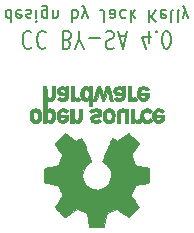
<source format=gbo>
G04 #@! TF.FileFunction,Legend,Bot*
%FSLAX46Y46*%
G04 Gerber Fmt 4.6, Leading zero omitted, Abs format (unit mm)*
G04 Created by KiCad (PCBNEW 4.0.6) date 07/22/17 01:00:57*
%MOMM*%
%LPD*%
G01*
G04 APERTURE LIST*
%ADD10C,0.100000*%
%ADD11C,0.150000*%
%ADD12C,0.010000*%
%ADD13C,2.750000*%
%ADD14C,6.200000*%
%ADD15O,4.500000X4.500000*%
%ADD16R,1.800000X1.800000*%
%ADD17O,1.800000X1.800000*%
%ADD18C,1.800000*%
%ADD19R,1.700000X1.700000*%
%ADD20O,1.700000X1.700000*%
%ADD21C,2.286000*%
%ADD22C,1.600000*%
%ADD23O,1.600000X1.600000*%
G04 APERTURE END LIST*
D10*
D11*
X92761904Y-82547619D02*
X92761904Y-83547619D01*
X92761904Y-82595238D02*
X92666666Y-82547619D01*
X92476189Y-82547619D01*
X92380951Y-82595238D01*
X92333332Y-82642857D01*
X92285713Y-82738095D01*
X92285713Y-83023810D01*
X92333332Y-83119048D01*
X92380951Y-83166667D01*
X92476189Y-83214286D01*
X92666666Y-83214286D01*
X92761904Y-83166667D01*
X93619047Y-82595238D02*
X93523809Y-82547619D01*
X93333332Y-82547619D01*
X93238094Y-82595238D01*
X93190475Y-82690476D01*
X93190475Y-83071429D01*
X93238094Y-83166667D01*
X93333332Y-83214286D01*
X93523809Y-83214286D01*
X93619047Y-83166667D01*
X93666666Y-83071429D01*
X93666666Y-82976190D01*
X93190475Y-82880952D01*
X94047618Y-82595238D02*
X94142856Y-82547619D01*
X94333332Y-82547619D01*
X94428571Y-82595238D01*
X94476190Y-82690476D01*
X94476190Y-82738095D01*
X94428571Y-82833333D01*
X94333332Y-82880952D01*
X94190475Y-82880952D01*
X94095237Y-82928571D01*
X94047618Y-83023810D01*
X94047618Y-83071429D01*
X94095237Y-83166667D01*
X94190475Y-83214286D01*
X94333332Y-83214286D01*
X94428571Y-83166667D01*
X94904761Y-82547619D02*
X94904761Y-83214286D01*
X94904761Y-83547619D02*
X94857142Y-83500000D01*
X94904761Y-83452381D01*
X94952380Y-83500000D01*
X94904761Y-83547619D01*
X94904761Y-83452381D01*
X95809523Y-83214286D02*
X95809523Y-82404762D01*
X95761904Y-82309524D01*
X95714285Y-82261905D01*
X95619046Y-82214286D01*
X95476189Y-82214286D01*
X95380951Y-82261905D01*
X95809523Y-82595238D02*
X95714285Y-82547619D01*
X95523808Y-82547619D01*
X95428570Y-82595238D01*
X95380951Y-82642857D01*
X95333332Y-82738095D01*
X95333332Y-83023810D01*
X95380951Y-83119048D01*
X95428570Y-83166667D01*
X95523808Y-83214286D01*
X95714285Y-83214286D01*
X95809523Y-83166667D01*
X96285713Y-83214286D02*
X96285713Y-82547619D01*
X96285713Y-83119048D02*
X96333332Y-83166667D01*
X96428570Y-83214286D01*
X96571428Y-83214286D01*
X96666666Y-83166667D01*
X96714285Y-83071429D01*
X96714285Y-82547619D01*
X97952380Y-82547619D02*
X97952380Y-83547619D01*
X97952380Y-83166667D02*
X98047618Y-83214286D01*
X98238095Y-83214286D01*
X98333333Y-83166667D01*
X98380952Y-83119048D01*
X98428571Y-83023810D01*
X98428571Y-82738095D01*
X98380952Y-82642857D01*
X98333333Y-82595238D01*
X98238095Y-82547619D01*
X98047618Y-82547619D01*
X97952380Y-82595238D01*
X98761904Y-83214286D02*
X98999999Y-82547619D01*
X99238095Y-83214286D02*
X98999999Y-82547619D01*
X98904761Y-82309524D01*
X98857142Y-82261905D01*
X98761904Y-82214286D01*
X100666667Y-83547619D02*
X100666667Y-82833333D01*
X100619047Y-82690476D01*
X100523809Y-82595238D01*
X100380952Y-82547619D01*
X100285714Y-82547619D01*
X101571429Y-82547619D02*
X101571429Y-83071429D01*
X101523810Y-83166667D01*
X101428572Y-83214286D01*
X101238095Y-83214286D01*
X101142857Y-83166667D01*
X101571429Y-82595238D02*
X101476191Y-82547619D01*
X101238095Y-82547619D01*
X101142857Y-82595238D01*
X101095238Y-82690476D01*
X101095238Y-82785714D01*
X101142857Y-82880952D01*
X101238095Y-82928571D01*
X101476191Y-82928571D01*
X101571429Y-82976190D01*
X102476191Y-82595238D02*
X102380953Y-82547619D01*
X102190476Y-82547619D01*
X102095238Y-82595238D01*
X102047619Y-82642857D01*
X102000000Y-82738095D01*
X102000000Y-83023810D01*
X102047619Y-83119048D01*
X102095238Y-83166667D01*
X102190476Y-83214286D01*
X102380953Y-83214286D01*
X102476191Y-83166667D01*
X102904762Y-82547619D02*
X102904762Y-83547619D01*
X103000000Y-82928571D02*
X103285715Y-82547619D01*
X103285715Y-83214286D02*
X102904762Y-82833333D01*
X104476191Y-82547619D02*
X104476191Y-83547619D01*
X105047620Y-82547619D02*
X104619048Y-83119048D01*
X105047620Y-83547619D02*
X104476191Y-82976190D01*
X105857144Y-82595238D02*
X105761906Y-82547619D01*
X105571429Y-82547619D01*
X105476191Y-82595238D01*
X105428572Y-82690476D01*
X105428572Y-83071429D01*
X105476191Y-83166667D01*
X105571429Y-83214286D01*
X105761906Y-83214286D01*
X105857144Y-83166667D01*
X105904763Y-83071429D01*
X105904763Y-82976190D01*
X105428572Y-82880952D01*
X106476191Y-82547619D02*
X106380953Y-82595238D01*
X106333334Y-82690476D01*
X106333334Y-83547619D01*
X107000001Y-82547619D02*
X106904763Y-82595238D01*
X106857144Y-82690476D01*
X106857144Y-83547619D01*
X107285716Y-83214286D02*
X107523811Y-82547619D01*
X107761907Y-83214286D02*
X107523811Y-82547619D01*
X107428573Y-82309524D01*
X107380954Y-82261905D01*
X107285716Y-82214286D01*
X94485715Y-84464286D02*
X94428572Y-84392857D01*
X94257143Y-84321429D01*
X94142857Y-84321429D01*
X93971429Y-84392857D01*
X93857143Y-84535714D01*
X93800000Y-84678571D01*
X93742857Y-84964286D01*
X93742857Y-85178571D01*
X93800000Y-85464286D01*
X93857143Y-85607143D01*
X93971429Y-85750000D01*
X94142857Y-85821429D01*
X94257143Y-85821429D01*
X94428572Y-85750000D01*
X94485715Y-85678571D01*
X95685715Y-84464286D02*
X95628572Y-84392857D01*
X95457143Y-84321429D01*
X95342857Y-84321429D01*
X95171429Y-84392857D01*
X95057143Y-84535714D01*
X95000000Y-84678571D01*
X94942857Y-84964286D01*
X94942857Y-85178571D01*
X95000000Y-85464286D01*
X95057143Y-85607143D01*
X95171429Y-85750000D01*
X95342857Y-85821429D01*
X95457143Y-85821429D01*
X95628572Y-85750000D01*
X95685715Y-85678571D01*
X97514286Y-85107143D02*
X97685715Y-85035714D01*
X97742858Y-84964286D01*
X97800001Y-84821429D01*
X97800001Y-84607143D01*
X97742858Y-84464286D01*
X97685715Y-84392857D01*
X97571429Y-84321429D01*
X97114286Y-84321429D01*
X97114286Y-85821429D01*
X97514286Y-85821429D01*
X97628572Y-85750000D01*
X97685715Y-85678571D01*
X97742858Y-85535714D01*
X97742858Y-85392857D01*
X97685715Y-85250000D01*
X97628572Y-85178571D01*
X97514286Y-85107143D01*
X97114286Y-85107143D01*
X98542858Y-85035714D02*
X98542858Y-84321429D01*
X98142858Y-85821429D02*
X98542858Y-85035714D01*
X98942858Y-85821429D01*
X99342857Y-84892857D02*
X100257143Y-84892857D01*
X100771428Y-84392857D02*
X100942857Y-84321429D01*
X101228571Y-84321429D01*
X101342857Y-84392857D01*
X101400000Y-84464286D01*
X101457143Y-84607143D01*
X101457143Y-84750000D01*
X101400000Y-84892857D01*
X101342857Y-84964286D01*
X101228571Y-85035714D01*
X101000000Y-85107143D01*
X100885714Y-85178571D01*
X100828571Y-85250000D01*
X100771428Y-85392857D01*
X100771428Y-85535714D01*
X100828571Y-85678571D01*
X100885714Y-85750000D01*
X101000000Y-85821429D01*
X101285714Y-85821429D01*
X101457143Y-85750000D01*
X101914285Y-84750000D02*
X102485714Y-84750000D01*
X101800000Y-84321429D02*
X102200000Y-85821429D01*
X102600000Y-84321429D01*
X104428571Y-85321429D02*
X104428571Y-84321429D01*
X104142857Y-85892857D02*
X103857142Y-84821429D01*
X104600000Y-84821429D01*
X105057142Y-84464286D02*
X105114285Y-84392857D01*
X105057142Y-84321429D01*
X104999999Y-84392857D01*
X105057142Y-84464286D01*
X105057142Y-84321429D01*
X105857143Y-85821429D02*
X105971428Y-85821429D01*
X106085714Y-85750000D01*
X106142857Y-85678571D01*
X106200000Y-85535714D01*
X106257143Y-85250000D01*
X106257143Y-84892857D01*
X106200000Y-84607143D01*
X106142857Y-84464286D01*
X106085714Y-84392857D01*
X105971428Y-84321429D01*
X105857143Y-84321429D01*
X105742857Y-84392857D01*
X105685714Y-84464286D01*
X105628571Y-84607143D01*
X105571428Y-84892857D01*
X105571428Y-85250000D01*
X105628571Y-85535714D01*
X105685714Y-85678571D01*
X105742857Y-85750000D01*
X105857143Y-85821429D01*
D12*
G36*
X96219909Y-92090440D02*
X96272412Y-92064501D01*
X96337158Y-92019300D01*
X96384347Y-91970009D01*
X96416665Y-91908115D01*
X96436797Y-91825104D01*
X96447430Y-91712462D01*
X96451247Y-91561676D01*
X96451470Y-91496851D01*
X96450818Y-91354779D01*
X96448112Y-91253243D01*
X96442224Y-91182985D01*
X96432027Y-91134744D01*
X96416394Y-91099262D01*
X96400128Y-91075057D01*
X96296295Y-90972071D01*
X96174021Y-90910126D01*
X96042114Y-90891494D01*
X95909384Y-90918451D01*
X95867333Y-90937514D01*
X95766666Y-90989985D01*
X95766666Y-90167741D01*
X95840135Y-90205733D01*
X95936941Y-90235128D01*
X96055928Y-90242658D01*
X96174745Y-90228755D01*
X96264473Y-90197524D01*
X96338899Y-90138046D01*
X96402490Y-90052934D01*
X96407271Y-90044195D01*
X96427437Y-90003034D01*
X96442165Y-89961546D01*
X96452303Y-89911287D01*
X96458699Y-89843816D01*
X96462201Y-89750691D01*
X96463658Y-89623469D01*
X96463921Y-89480299D01*
X96463921Y-89023529D01*
X96190000Y-89023529D01*
X96190000Y-89865769D01*
X96113383Y-89930237D01*
X96033793Y-89981806D01*
X95958422Y-89991182D01*
X95882633Y-89967053D01*
X95842241Y-89943426D01*
X95812179Y-89909773D01*
X95790797Y-89858913D01*
X95776450Y-89783666D01*
X95767490Y-89676854D01*
X95762270Y-89531296D01*
X95760431Y-89434412D01*
X95754215Y-89035980D01*
X95623480Y-89028453D01*
X95492745Y-89020927D01*
X95492745Y-91493418D01*
X95766666Y-91493418D01*
X95773650Y-91355577D01*
X95797182Y-91259893D01*
X95841135Y-91200359D01*
X95909382Y-91170971D01*
X95978333Y-91165098D01*
X96056386Y-91171846D01*
X96108189Y-91198406D01*
X96140583Y-91233501D01*
X96166084Y-91271248D01*
X96181265Y-91313300D01*
X96188019Y-91372221D01*
X96188241Y-91460572D01*
X96185968Y-91534552D01*
X96180749Y-91646000D01*
X96172979Y-91719167D01*
X96159895Y-91765578D01*
X96138732Y-91796756D01*
X96118760Y-91814777D01*
X96035314Y-91854075D01*
X95936551Y-91860421D01*
X95879841Y-91846884D01*
X95823692Y-91798767D01*
X95786499Y-91705167D01*
X95768472Y-91566746D01*
X95766666Y-91493418D01*
X95492745Y-91493418D01*
X95492745Y-92111372D01*
X95629705Y-92111372D01*
X95711935Y-92108121D01*
X95754360Y-92096574D01*
X95766661Y-92074048D01*
X95766666Y-92073380D01*
X95772374Y-92051319D01*
X95797547Y-92053824D01*
X95847598Y-92078065D01*
X95964219Y-92115149D01*
X96095429Y-92119047D01*
X96219909Y-92090440D01*
X96219909Y-92090440D01*
G37*
X96219909Y-92090440D02*
X96272412Y-92064501D01*
X96337158Y-92019300D01*
X96384347Y-91970009D01*
X96416665Y-91908115D01*
X96436797Y-91825104D01*
X96447430Y-91712462D01*
X96451247Y-91561676D01*
X96451470Y-91496851D01*
X96450818Y-91354779D01*
X96448112Y-91253243D01*
X96442224Y-91182985D01*
X96432027Y-91134744D01*
X96416394Y-91099262D01*
X96400128Y-91075057D01*
X96296295Y-90972071D01*
X96174021Y-90910126D01*
X96042114Y-90891494D01*
X95909384Y-90918451D01*
X95867333Y-90937514D01*
X95766666Y-90989985D01*
X95766666Y-90167741D01*
X95840135Y-90205733D01*
X95936941Y-90235128D01*
X96055928Y-90242658D01*
X96174745Y-90228755D01*
X96264473Y-90197524D01*
X96338899Y-90138046D01*
X96402490Y-90052934D01*
X96407271Y-90044195D01*
X96427437Y-90003034D01*
X96442165Y-89961546D01*
X96452303Y-89911287D01*
X96458699Y-89843816D01*
X96462201Y-89750691D01*
X96463658Y-89623469D01*
X96463921Y-89480299D01*
X96463921Y-89023529D01*
X96190000Y-89023529D01*
X96190000Y-89865769D01*
X96113383Y-89930237D01*
X96033793Y-89981806D01*
X95958422Y-89991182D01*
X95882633Y-89967053D01*
X95842241Y-89943426D01*
X95812179Y-89909773D01*
X95790797Y-89858913D01*
X95776450Y-89783666D01*
X95767490Y-89676854D01*
X95762270Y-89531296D01*
X95760431Y-89434412D01*
X95754215Y-89035980D01*
X95623480Y-89028453D01*
X95492745Y-89020927D01*
X95492745Y-91493418D01*
X95766666Y-91493418D01*
X95773650Y-91355577D01*
X95797182Y-91259893D01*
X95841135Y-91200359D01*
X95909382Y-91170971D01*
X95978333Y-91165098D01*
X96056386Y-91171846D01*
X96108189Y-91198406D01*
X96140583Y-91233501D01*
X96166084Y-91271248D01*
X96181265Y-91313300D01*
X96188019Y-91372221D01*
X96188241Y-91460572D01*
X96185968Y-91534552D01*
X96180749Y-91646000D01*
X96172979Y-91719167D01*
X96159895Y-91765578D01*
X96138732Y-91796756D01*
X96118760Y-91814777D01*
X96035314Y-91854075D01*
X95936551Y-91860421D01*
X95879841Y-91846884D01*
X95823692Y-91798767D01*
X95786499Y-91705167D01*
X95768472Y-91566746D01*
X95766666Y-91493418D01*
X95492745Y-91493418D01*
X95492745Y-92111372D01*
X95629705Y-92111372D01*
X95711935Y-92108121D01*
X95754360Y-92096574D01*
X95766661Y-92074048D01*
X95766666Y-92073380D01*
X95772374Y-92051319D01*
X95797547Y-92053824D01*
X95847598Y-92078065D01*
X95964219Y-92115149D01*
X96095429Y-92119047D01*
X96219909Y-92090440D01*
G36*
X97258720Y-90234078D02*
X97375870Y-90202820D01*
X97465051Y-90146163D01*
X97527984Y-90071955D01*
X97547548Y-90040284D01*
X97561992Y-90007109D01*
X97572089Y-89964671D01*
X97578615Y-89905212D01*
X97582342Y-89820971D01*
X97584046Y-89704190D01*
X97584500Y-89547110D01*
X97584509Y-89505435D01*
X97584509Y-89023529D01*
X97464980Y-89023529D01*
X97388739Y-89028869D01*
X97332366Y-89042396D01*
X97318242Y-89050738D01*
X97279630Y-89065136D01*
X97240192Y-89050738D01*
X97175262Y-89032763D01*
X97080945Y-89025528D01*
X96976407Y-89028667D01*
X96880811Y-89041814D01*
X96825000Y-89058682D01*
X96716998Y-89128014D01*
X96649503Y-89224228D01*
X96619159Y-89352156D01*
X96618877Y-89355441D01*
X96621540Y-89412192D01*
X96862353Y-89412192D01*
X96883405Y-89347642D01*
X96917697Y-89311314D01*
X96986532Y-89283838D01*
X97077390Y-89272871D01*
X97170042Y-89278269D01*
X97244256Y-89299890D01*
X97265049Y-89313761D01*
X97301381Y-89377857D01*
X97310588Y-89450722D01*
X97310588Y-89546470D01*
X97172827Y-89546470D01*
X97041953Y-89536395D01*
X96942741Y-89507852D01*
X96881023Y-89463361D01*
X96862353Y-89412192D01*
X96621540Y-89412192D01*
X96625436Y-89495210D01*
X96671534Y-89605718D01*
X96758200Y-89689288D01*
X96770179Y-89696890D01*
X96821655Y-89721643D01*
X96885368Y-89736632D01*
X96974435Y-89743918D01*
X97080245Y-89745593D01*
X97310588Y-89745686D01*
X97310588Y-89842245D01*
X97300817Y-89917164D01*
X97275884Y-89967356D01*
X97272965Y-89970028D01*
X97217481Y-89991985D01*
X97133727Y-90000495D01*
X97041167Y-89996313D01*
X96959270Y-89980191D01*
X96910673Y-89956010D01*
X96884341Y-89936641D01*
X96856535Y-89932943D01*
X96818161Y-89948812D01*
X96760125Y-89988145D01*
X96673331Y-90054836D01*
X96665365Y-90061084D01*
X96669447Y-90084200D01*
X96703501Y-90122648D01*
X96755260Y-90165373D01*
X96812455Y-90201321D01*
X96830425Y-90209809D01*
X96895972Y-90226748D01*
X96992020Y-90238830D01*
X97099329Y-90243677D01*
X97104347Y-90243687D01*
X97258720Y-90234078D01*
X97258720Y-90234078D01*
G37*
X97258720Y-90234078D02*
X97375870Y-90202820D01*
X97465051Y-90146163D01*
X97527984Y-90071955D01*
X97547548Y-90040284D01*
X97561992Y-90007109D01*
X97572089Y-89964671D01*
X97578615Y-89905212D01*
X97582342Y-89820971D01*
X97584046Y-89704190D01*
X97584500Y-89547110D01*
X97584509Y-89505435D01*
X97584509Y-89023529D01*
X97464980Y-89023529D01*
X97388739Y-89028869D01*
X97332366Y-89042396D01*
X97318242Y-89050738D01*
X97279630Y-89065136D01*
X97240192Y-89050738D01*
X97175262Y-89032763D01*
X97080945Y-89025528D01*
X96976407Y-89028667D01*
X96880811Y-89041814D01*
X96825000Y-89058682D01*
X96716998Y-89128014D01*
X96649503Y-89224228D01*
X96619159Y-89352156D01*
X96618877Y-89355441D01*
X96621540Y-89412192D01*
X96862353Y-89412192D01*
X96883405Y-89347642D01*
X96917697Y-89311314D01*
X96986532Y-89283838D01*
X97077390Y-89272871D01*
X97170042Y-89278269D01*
X97244256Y-89299890D01*
X97265049Y-89313761D01*
X97301381Y-89377857D01*
X97310588Y-89450722D01*
X97310588Y-89546470D01*
X97172827Y-89546470D01*
X97041953Y-89536395D01*
X96942741Y-89507852D01*
X96881023Y-89463361D01*
X96862353Y-89412192D01*
X96621540Y-89412192D01*
X96625436Y-89495210D01*
X96671534Y-89605718D01*
X96758200Y-89689288D01*
X96770179Y-89696890D01*
X96821655Y-89721643D01*
X96885368Y-89736632D01*
X96974435Y-89743918D01*
X97080245Y-89745593D01*
X97310588Y-89745686D01*
X97310588Y-89842245D01*
X97300817Y-89917164D01*
X97275884Y-89967356D01*
X97272965Y-89970028D01*
X97217481Y-89991985D01*
X97133727Y-90000495D01*
X97041167Y-89996313D01*
X96959270Y-89980191D01*
X96910673Y-89956010D01*
X96884341Y-89936641D01*
X96856535Y-89932943D01*
X96818161Y-89948812D01*
X96760125Y-89988145D01*
X96673331Y-90054836D01*
X96665365Y-90061084D01*
X96669447Y-90084200D01*
X96703501Y-90122648D01*
X96755260Y-90165373D01*
X96812455Y-90201321D01*
X96830425Y-90209809D01*
X96895972Y-90226748D01*
X96992020Y-90238830D01*
X97099329Y-90243677D01*
X97104347Y-90243687D01*
X97258720Y-90234078D01*
G36*
X98032764Y-90241079D02*
X98070030Y-90229909D01*
X98082043Y-90205367D01*
X98082549Y-90194288D01*
X98084704Y-90163428D01*
X98099551Y-90158583D01*
X98139657Y-90179740D01*
X98163480Y-90194194D01*
X98238638Y-90225150D01*
X98328406Y-90240456D01*
X98422529Y-90241633D01*
X98510754Y-90230201D01*
X98582826Y-90207680D01*
X98628492Y-90175591D01*
X98637498Y-90135455D01*
X98632953Y-90124585D01*
X98599821Y-90079466D01*
X98548445Y-90023974D01*
X98539152Y-90015004D01*
X98490182Y-89973755D01*
X98447931Y-89960428D01*
X98388841Y-89969729D01*
X98365169Y-89975910D01*
X98291504Y-89990754D01*
X98239710Y-89984079D01*
X98195969Y-89960535D01*
X98155902Y-89928939D01*
X98126392Y-89889202D01*
X98105884Y-89833748D01*
X98092824Y-89754997D01*
X98085656Y-89645371D01*
X98082824Y-89497294D01*
X98082549Y-89407889D01*
X98082549Y-89023529D01*
X97833529Y-89023529D01*
X97833529Y-90243725D01*
X97958039Y-90243725D01*
X98032764Y-90241079D01*
X98032764Y-90241079D01*
G37*
X98032764Y-90241079D02*
X98070030Y-90229909D01*
X98082043Y-90205367D01*
X98082549Y-90194288D01*
X98084704Y-90163428D01*
X98099551Y-90158583D01*
X98139657Y-90179740D01*
X98163480Y-90194194D01*
X98238638Y-90225150D01*
X98328406Y-90240456D01*
X98422529Y-90241633D01*
X98510754Y-90230201D01*
X98582826Y-90207680D01*
X98628492Y-90175591D01*
X98637498Y-90135455D01*
X98632953Y-90124585D01*
X98599821Y-90079466D01*
X98548445Y-90023974D01*
X98539152Y-90015004D01*
X98490182Y-89973755D01*
X98447931Y-89960428D01*
X98388841Y-89969729D01*
X98365169Y-89975910D01*
X98291504Y-89990754D01*
X98239710Y-89984079D01*
X98195969Y-89960535D01*
X98155902Y-89928939D01*
X98126392Y-89889202D01*
X98105884Y-89833748D01*
X98092824Y-89754997D01*
X98085656Y-89645371D01*
X98082824Y-89497294D01*
X98082549Y-89407889D01*
X98082549Y-89023529D01*
X97833529Y-89023529D01*
X97833529Y-90243725D01*
X97958039Y-90243725D01*
X98032764Y-90241079D01*
G36*
X99601568Y-89023529D02*
X99464607Y-89023529D01*
X99385111Y-89025860D01*
X99343708Y-89035512D01*
X99328801Y-89056475D01*
X99327647Y-89070649D01*
X99325133Y-89099073D01*
X99309280Y-89104525D01*
X99267621Y-89087002D01*
X99235224Y-89070649D01*
X99110849Y-89031897D01*
X98975646Y-89029654D01*
X98865726Y-89058556D01*
X98763366Y-89128381D01*
X98685340Y-89231445D01*
X98642614Y-89353011D01*
X98641526Y-89359808D01*
X98635178Y-89433968D01*
X98632021Y-89540430D01*
X98632275Y-89620948D01*
X98904289Y-89620948D01*
X98910590Y-89513930D01*
X98924925Y-89425722D01*
X98944331Y-89375910D01*
X99017746Y-89307838D01*
X99104914Y-89283436D01*
X99194804Y-89303169D01*
X99271617Y-89362032D01*
X99300708Y-89401621D01*
X99317717Y-89448862D01*
X99325684Y-89517819D01*
X99327647Y-89621393D01*
X99324134Y-89723961D01*
X99314857Y-89814079D01*
X99301706Y-89874387D01*
X99299514Y-89879792D01*
X99246478Y-89944060D01*
X99169067Y-89979344D01*
X99082454Y-89985041D01*
X99001807Y-89960547D01*
X98942297Y-89905258D01*
X98936124Y-89894257D01*
X98916801Y-89827173D01*
X98906274Y-89730716D01*
X98904289Y-89620948D01*
X98632275Y-89620948D01*
X98632404Y-89661775D01*
X98634194Y-89727082D01*
X98646373Y-89888645D01*
X98671685Y-90009947D01*
X98713793Y-90099621D01*
X98776359Y-90166301D01*
X98837100Y-90205443D01*
X98921964Y-90232960D01*
X99027515Y-90242397D01*
X99135598Y-90234710D01*
X99228058Y-90210854D01*
X99276910Y-90182315D01*
X99327647Y-90136399D01*
X99327647Y-90716863D01*
X99601568Y-90716863D01*
X99601568Y-89023529D01*
X99601568Y-89023529D01*
G37*
X99601568Y-89023529D02*
X99464607Y-89023529D01*
X99385111Y-89025860D01*
X99343708Y-89035512D01*
X99328801Y-89056475D01*
X99327647Y-89070649D01*
X99325133Y-89099073D01*
X99309280Y-89104525D01*
X99267621Y-89087002D01*
X99235224Y-89070649D01*
X99110849Y-89031897D01*
X98975646Y-89029654D01*
X98865726Y-89058556D01*
X98763366Y-89128381D01*
X98685340Y-89231445D01*
X98642614Y-89353011D01*
X98641526Y-89359808D01*
X98635178Y-89433968D01*
X98632021Y-89540430D01*
X98632275Y-89620948D01*
X98904289Y-89620948D01*
X98910590Y-89513930D01*
X98924925Y-89425722D01*
X98944331Y-89375910D01*
X99017746Y-89307838D01*
X99104914Y-89283436D01*
X99194804Y-89303169D01*
X99271617Y-89362032D01*
X99300708Y-89401621D01*
X99317717Y-89448862D01*
X99325684Y-89517819D01*
X99327647Y-89621393D01*
X99324134Y-89723961D01*
X99314857Y-89814079D01*
X99301706Y-89874387D01*
X99299514Y-89879792D01*
X99246478Y-89944060D01*
X99169067Y-89979344D01*
X99082454Y-89985041D01*
X99001807Y-89960547D01*
X98942297Y-89905258D01*
X98936124Y-89894257D01*
X98916801Y-89827173D01*
X98906274Y-89730716D01*
X98904289Y-89620948D01*
X98632275Y-89620948D01*
X98632404Y-89661775D01*
X98634194Y-89727082D01*
X98646373Y-89888645D01*
X98671685Y-90009947D01*
X98713793Y-90099621D01*
X98776359Y-90166301D01*
X98837100Y-90205443D01*
X98921964Y-90232960D01*
X99027515Y-90242397D01*
X99135598Y-90234710D01*
X99228058Y-90210854D01*
X99276910Y-90182315D01*
X99327647Y-90136399D01*
X99327647Y-90716863D01*
X99601568Y-90716863D01*
X99601568Y-89023529D01*
G36*
X100557528Y-90238668D02*
X100656014Y-90231274D01*
X100784776Y-89845294D01*
X100913537Y-89459314D01*
X100953911Y-89596274D01*
X100978207Y-89680917D01*
X101010167Y-89795303D01*
X101044679Y-89921037D01*
X101062928Y-89988480D01*
X101131571Y-90243725D01*
X101414773Y-90243725D01*
X101330122Y-89976029D01*
X101288435Y-89844362D01*
X101238074Y-89685542D01*
X101185481Y-89519872D01*
X101138530Y-89372157D01*
X101031589Y-89035980D01*
X100800661Y-89020956D01*
X100738050Y-89227684D01*
X100699438Y-89356104D01*
X100657300Y-89497678D01*
X100620472Y-89622715D01*
X100619018Y-89627691D01*
X100591511Y-89712414D01*
X100567242Y-89770222D01*
X100550243Y-89792082D01*
X100546750Y-89789554D01*
X100534490Y-89755664D01*
X100511195Y-89683070D01*
X100479700Y-89580899D01*
X100442842Y-89458280D01*
X100422899Y-89390833D01*
X100314895Y-89023529D01*
X100085679Y-89023529D01*
X99902439Y-89602500D01*
X99850963Y-89764909D01*
X99804070Y-89912398D01*
X99763977Y-90038040D01*
X99732897Y-90134905D01*
X99713045Y-90196066D01*
X99707011Y-90213935D01*
X99711788Y-90232232D01*
X99749297Y-90240245D01*
X99827355Y-90239443D01*
X99839574Y-90238837D01*
X99984326Y-90231274D01*
X100079130Y-89882647D01*
X100113977Y-89755503D01*
X100145117Y-89643735D01*
X100169809Y-89557047D01*
X100185312Y-89505144D01*
X100188176Y-89496682D01*
X100200046Y-89506413D01*
X100223983Y-89556828D01*
X100257239Y-89641065D01*
X100297064Y-89752259D01*
X100330730Y-89852703D01*
X100459041Y-90246061D01*
X100557528Y-90238668D01*
X100557528Y-90238668D01*
G37*
X100557528Y-90238668D02*
X100656014Y-90231274D01*
X100784776Y-89845294D01*
X100913537Y-89459314D01*
X100953911Y-89596274D01*
X100978207Y-89680917D01*
X101010167Y-89795303D01*
X101044679Y-89921037D01*
X101062928Y-89988480D01*
X101131571Y-90243725D01*
X101414773Y-90243725D01*
X101330122Y-89976029D01*
X101288435Y-89844362D01*
X101238074Y-89685542D01*
X101185481Y-89519872D01*
X101138530Y-89372157D01*
X101031589Y-89035980D01*
X100800661Y-89020956D01*
X100738050Y-89227684D01*
X100699438Y-89356104D01*
X100657300Y-89497678D01*
X100620472Y-89622715D01*
X100619018Y-89627691D01*
X100591511Y-89712414D01*
X100567242Y-89770222D01*
X100550243Y-89792082D01*
X100546750Y-89789554D01*
X100534490Y-89755664D01*
X100511195Y-89683070D01*
X100479700Y-89580899D01*
X100442842Y-89458280D01*
X100422899Y-89390833D01*
X100314895Y-89023529D01*
X100085679Y-89023529D01*
X99902439Y-89602500D01*
X99850963Y-89764909D01*
X99804070Y-89912398D01*
X99763977Y-90038040D01*
X99732897Y-90134905D01*
X99713045Y-90196066D01*
X99707011Y-90213935D01*
X99711788Y-90232232D01*
X99749297Y-90240245D01*
X99827355Y-90239443D01*
X99839574Y-90238837D01*
X99984326Y-90231274D01*
X100079130Y-89882647D01*
X100113977Y-89755503D01*
X100145117Y-89643735D01*
X100169809Y-89557047D01*
X100185312Y-89505144D01*
X100188176Y-89496682D01*
X100200046Y-89506413D01*
X100223983Y-89556828D01*
X100257239Y-89641065D01*
X100297064Y-89752259D01*
X100330730Y-89852703D01*
X100459041Y-90246061D01*
X100557528Y-90238668D01*
G36*
X102056459Y-90236331D02*
X102161420Y-90210837D01*
X102191761Y-90197331D01*
X102250573Y-90161954D01*
X102295709Y-90122110D01*
X102329106Y-90070880D01*
X102352701Y-90001346D01*
X102368433Y-89906591D01*
X102378239Y-89779695D01*
X102384057Y-89613742D01*
X102386266Y-89502892D01*
X102394396Y-89023529D01*
X102255531Y-89023529D01*
X102171287Y-89027062D01*
X102127884Y-89039134D01*
X102116666Y-89059406D01*
X102110744Y-89081326D01*
X102084266Y-89077135D01*
X102048186Y-89059559D01*
X101957862Y-89032618D01*
X101841777Y-89025358D01*
X101719680Y-89037233D01*
X101611321Y-89067695D01*
X101601602Y-89071923D01*
X101502568Y-89141495D01*
X101437281Y-89238211D01*
X101407240Y-89351262D01*
X101409535Y-89391878D01*
X101654633Y-89391878D01*
X101676229Y-89337218D01*
X101740259Y-89298048D01*
X101843565Y-89277026D01*
X101898774Y-89274234D01*
X101990782Y-89281380D01*
X102051941Y-89309152D01*
X102066862Y-89322353D01*
X102107287Y-89394171D01*
X102116666Y-89459314D01*
X102116666Y-89546470D01*
X101995269Y-89546470D01*
X101854153Y-89539278D01*
X101755173Y-89516655D01*
X101692633Y-89477036D01*
X101678631Y-89459372D01*
X101654633Y-89391878D01*
X101409535Y-89391878D01*
X101413941Y-89469843D01*
X101458880Y-89583145D01*
X101520196Y-89659715D01*
X101557332Y-89692819D01*
X101593687Y-89714575D01*
X101640990Y-89727839D01*
X101710973Y-89735472D01*
X101815364Y-89740330D01*
X101856770Y-89741727D01*
X102116666Y-89750220D01*
X102116285Y-89828884D01*
X102106219Y-89911572D01*
X102069829Y-89961569D01*
X101996311Y-89993511D01*
X101994339Y-89994080D01*
X101890105Y-90006639D01*
X101788108Y-89990234D01*
X101712305Y-89950343D01*
X101681890Y-89930646D01*
X101649132Y-89933371D01*
X101598721Y-89961909D01*
X101569119Y-89982050D01*
X101511218Y-90025081D01*
X101475352Y-90057338D01*
X101469597Y-90066573D01*
X101493295Y-90114364D01*
X101563313Y-90171438D01*
X101593725Y-90190695D01*
X101681155Y-90223860D01*
X101798983Y-90242650D01*
X101929866Y-90246871D01*
X102056459Y-90236331D01*
X102056459Y-90236331D01*
G37*
X102056459Y-90236331D02*
X102161420Y-90210837D01*
X102191761Y-90197331D01*
X102250573Y-90161954D01*
X102295709Y-90122110D01*
X102329106Y-90070880D01*
X102352701Y-90001346D01*
X102368433Y-89906591D01*
X102378239Y-89779695D01*
X102384057Y-89613742D01*
X102386266Y-89502892D01*
X102394396Y-89023529D01*
X102255531Y-89023529D01*
X102171287Y-89027062D01*
X102127884Y-89039134D01*
X102116666Y-89059406D01*
X102110744Y-89081326D01*
X102084266Y-89077135D01*
X102048186Y-89059559D01*
X101957862Y-89032618D01*
X101841777Y-89025358D01*
X101719680Y-89037233D01*
X101611321Y-89067695D01*
X101601602Y-89071923D01*
X101502568Y-89141495D01*
X101437281Y-89238211D01*
X101407240Y-89351262D01*
X101409535Y-89391878D01*
X101654633Y-89391878D01*
X101676229Y-89337218D01*
X101740259Y-89298048D01*
X101843565Y-89277026D01*
X101898774Y-89274234D01*
X101990782Y-89281380D01*
X102051941Y-89309152D01*
X102066862Y-89322353D01*
X102107287Y-89394171D01*
X102116666Y-89459314D01*
X102116666Y-89546470D01*
X101995269Y-89546470D01*
X101854153Y-89539278D01*
X101755173Y-89516655D01*
X101692633Y-89477036D01*
X101678631Y-89459372D01*
X101654633Y-89391878D01*
X101409535Y-89391878D01*
X101413941Y-89469843D01*
X101458880Y-89583145D01*
X101520196Y-89659715D01*
X101557332Y-89692819D01*
X101593687Y-89714575D01*
X101640990Y-89727839D01*
X101710973Y-89735472D01*
X101815364Y-89740330D01*
X101856770Y-89741727D01*
X102116666Y-89750220D01*
X102116285Y-89828884D01*
X102106219Y-89911572D01*
X102069829Y-89961569D01*
X101996311Y-89993511D01*
X101994339Y-89994080D01*
X101890105Y-90006639D01*
X101788108Y-89990234D01*
X101712305Y-89950343D01*
X101681890Y-89930646D01*
X101649132Y-89933371D01*
X101598721Y-89961909D01*
X101569119Y-89982050D01*
X101511218Y-90025081D01*
X101475352Y-90057338D01*
X101469597Y-90066573D01*
X101493295Y-90114364D01*
X101563313Y-90171438D01*
X101593725Y-90190695D01*
X101681155Y-90223860D01*
X101798983Y-90242650D01*
X101929866Y-90246871D01*
X102056459Y-90236331D01*
G36*
X103238446Y-90244117D02*
X103334177Y-90225245D01*
X103388677Y-90197301D01*
X103446008Y-90150877D01*
X103364441Y-90047889D01*
X103314150Y-89985521D01*
X103280001Y-89955093D01*
X103246063Y-89950445D01*
X103196406Y-89965414D01*
X103173096Y-89973883D01*
X103078063Y-89986378D01*
X102991032Y-89959594D01*
X102927138Y-89899085D01*
X102916759Y-89879792D01*
X102905456Y-89828686D01*
X102896732Y-89734500D01*
X102890997Y-89603911D01*
X102888660Y-89443595D01*
X102888627Y-89420789D01*
X102888627Y-89023529D01*
X102614705Y-89023529D01*
X102614705Y-90243725D01*
X102751666Y-90243725D01*
X102830638Y-90241663D01*
X102871779Y-90232487D01*
X102886992Y-90211710D01*
X102888627Y-90192114D01*
X102888627Y-90140503D01*
X102954240Y-90192114D01*
X103029475Y-90227325D01*
X103130544Y-90244735D01*
X103238446Y-90244117D01*
X103238446Y-90244117D01*
G37*
X103238446Y-90244117D02*
X103334177Y-90225245D01*
X103388677Y-90197301D01*
X103446008Y-90150877D01*
X103364441Y-90047889D01*
X103314150Y-89985521D01*
X103280001Y-89955093D01*
X103246063Y-89950445D01*
X103196406Y-89965414D01*
X103173096Y-89973883D01*
X103078063Y-89986378D01*
X102991032Y-89959594D01*
X102927138Y-89899085D01*
X102916759Y-89879792D01*
X102905456Y-89828686D01*
X102896732Y-89734500D01*
X102890997Y-89603911D01*
X102888660Y-89443595D01*
X102888627Y-89420789D01*
X102888627Y-89023529D01*
X102614705Y-89023529D01*
X102614705Y-90243725D01*
X102751666Y-90243725D01*
X102830638Y-90241663D01*
X102871779Y-90232487D01*
X102886992Y-90211710D01*
X102888627Y-90192114D01*
X102888627Y-90140503D01*
X102954240Y-90192114D01*
X103029475Y-90227325D01*
X103130544Y-90244735D01*
X103238446Y-90244117D01*
G36*
X104025307Y-90237216D02*
X104144337Y-90206269D01*
X104244021Y-90142400D01*
X104292288Y-90094687D01*
X104371408Y-89981894D01*
X104416752Y-89851050D01*
X104432330Y-89690208D01*
X104432410Y-89677206D01*
X104432549Y-89546470D01*
X103680091Y-89546470D01*
X103696130Y-89477990D01*
X103725091Y-89415969D01*
X103775778Y-89351346D01*
X103786379Y-89341029D01*
X103877494Y-89285195D01*
X103981400Y-89275725D01*
X104101000Y-89312460D01*
X104121274Y-89322353D01*
X104183456Y-89352426D01*
X104225106Y-89369560D01*
X104232373Y-89371145D01*
X104257740Y-89355758D01*
X104306120Y-89318113D01*
X104330679Y-89297541D01*
X104381570Y-89250286D01*
X104398281Y-89219083D01*
X104386683Y-89190380D01*
X104380483Y-89182532D01*
X104338493Y-89148181D01*
X104269206Y-89106435D01*
X104220882Y-89082065D01*
X104083711Y-89039127D01*
X103931847Y-89025214D01*
X103788024Y-89041700D01*
X103747745Y-89053504D01*
X103623078Y-89120311D01*
X103530671Y-89223108D01*
X103469990Y-89362895D01*
X103440498Y-89540670D01*
X103437260Y-89633627D01*
X103446714Y-89768967D01*
X103685490Y-89768967D01*
X103708584Y-89758962D01*
X103770662Y-89751112D01*
X103860914Y-89746479D01*
X103922058Y-89745686D01*
X104032040Y-89746451D01*
X104101457Y-89750030D01*
X104139538Y-89758351D01*
X104155515Y-89773343D01*
X104158627Y-89795097D01*
X104137278Y-89862108D01*
X104083529Y-89928336D01*
X104012822Y-89979168D01*
X103942089Y-89999962D01*
X103846016Y-89981516D01*
X103762849Y-89928189D01*
X103705186Y-89851323D01*
X103685490Y-89768967D01*
X103446714Y-89768967D01*
X103451028Y-89830709D01*
X103493520Y-89987729D01*
X103565635Y-90105931D01*
X103668273Y-90186560D01*
X103802332Y-90230861D01*
X103874957Y-90239393D01*
X104025307Y-90237216D01*
X104025307Y-90237216D01*
G37*
X104025307Y-90237216D02*
X104144337Y-90206269D01*
X104244021Y-90142400D01*
X104292288Y-90094687D01*
X104371408Y-89981894D01*
X104416752Y-89851050D01*
X104432330Y-89690208D01*
X104432410Y-89677206D01*
X104432549Y-89546470D01*
X103680091Y-89546470D01*
X103696130Y-89477990D01*
X103725091Y-89415969D01*
X103775778Y-89351346D01*
X103786379Y-89341029D01*
X103877494Y-89285195D01*
X103981400Y-89275725D01*
X104101000Y-89312460D01*
X104121274Y-89322353D01*
X104183456Y-89352426D01*
X104225106Y-89369560D01*
X104232373Y-89371145D01*
X104257740Y-89355758D01*
X104306120Y-89318113D01*
X104330679Y-89297541D01*
X104381570Y-89250286D01*
X104398281Y-89219083D01*
X104386683Y-89190380D01*
X104380483Y-89182532D01*
X104338493Y-89148181D01*
X104269206Y-89106435D01*
X104220882Y-89082065D01*
X104083711Y-89039127D01*
X103931847Y-89025214D01*
X103788024Y-89041700D01*
X103747745Y-89053504D01*
X103623078Y-89120311D01*
X103530671Y-89223108D01*
X103469990Y-89362895D01*
X103440498Y-89540670D01*
X103437260Y-89633627D01*
X103446714Y-89768967D01*
X103685490Y-89768967D01*
X103708584Y-89758962D01*
X103770662Y-89751112D01*
X103860914Y-89746479D01*
X103922058Y-89745686D01*
X104032040Y-89746451D01*
X104101457Y-89750030D01*
X104139538Y-89758351D01*
X104155515Y-89773343D01*
X104158627Y-89795097D01*
X104137278Y-89862108D01*
X104083529Y-89928336D01*
X104012822Y-89979168D01*
X103942089Y-89999962D01*
X103846016Y-89981516D01*
X103762849Y-89928189D01*
X103705186Y-89851323D01*
X103685490Y-89768967D01*
X103446714Y-89768967D01*
X103451028Y-89830709D01*
X103493520Y-89987729D01*
X103565635Y-90105931D01*
X103668273Y-90186560D01*
X103802332Y-90230861D01*
X103874957Y-90239393D01*
X104025307Y-90237216D01*
G36*
X94973247Y-92098432D02*
X95103522Y-92040837D01*
X95202419Y-91944666D01*
X95270082Y-91809771D01*
X95306655Y-91636004D01*
X95309276Y-91608874D01*
X95311330Y-91417592D01*
X95284699Y-91249927D01*
X95231001Y-91114033D01*
X95202247Y-91070319D01*
X95102091Y-90977802D01*
X94974537Y-90917881D01*
X94831837Y-90893015D01*
X94686240Y-90905661D01*
X94575562Y-90944609D01*
X94480384Y-91010245D01*
X94402594Y-91096301D01*
X94401249Y-91098315D01*
X94369657Y-91151430D01*
X94349127Y-91204840D01*
X94336695Y-91272246D01*
X94329397Y-91367347D01*
X94326182Y-91445334D01*
X94324844Y-91516056D01*
X94573814Y-91516056D01*
X94576247Y-91445652D01*
X94585080Y-91351932D01*
X94600664Y-91291786D01*
X94628766Y-91248994D01*
X94655086Y-91223998D01*
X94748392Y-91171662D01*
X94846020Y-91164667D01*
X94936942Y-91202324D01*
X94982402Y-91244521D01*
X95015162Y-91287044D01*
X95034323Y-91327733D01*
X95042733Y-91380686D01*
X95043237Y-91460003D01*
X95040645Y-91533050D01*
X95035071Y-91637399D01*
X95026234Y-91705080D01*
X95010307Y-91749226D01*
X94983462Y-91782969D01*
X94962189Y-91802254D01*
X94873206Y-91852914D01*
X94777211Y-91855440D01*
X94696719Y-91825433D01*
X94628053Y-91762769D01*
X94587144Y-91659832D01*
X94573814Y-91516056D01*
X94324844Y-91516056D01*
X94323246Y-91600418D01*
X94328260Y-91716400D01*
X94343283Y-91803633D01*
X94370376Y-91872470D01*
X94411600Y-91933263D01*
X94426885Y-91951314D01*
X94522454Y-92041254D01*
X94624961Y-92093789D01*
X94750321Y-92115799D01*
X94811450Y-92117598D01*
X94973247Y-92098432D01*
X94973247Y-92098432D01*
G37*
X94973247Y-92098432D02*
X95103522Y-92040837D01*
X95202419Y-91944666D01*
X95270082Y-91809771D01*
X95306655Y-91636004D01*
X95309276Y-91608874D01*
X95311330Y-91417592D01*
X95284699Y-91249927D01*
X95231001Y-91114033D01*
X95202247Y-91070319D01*
X95102091Y-90977802D01*
X94974537Y-90917881D01*
X94831837Y-90893015D01*
X94686240Y-90905661D01*
X94575562Y-90944609D01*
X94480384Y-91010245D01*
X94402594Y-91096301D01*
X94401249Y-91098315D01*
X94369657Y-91151430D01*
X94349127Y-91204840D01*
X94336695Y-91272246D01*
X94329397Y-91367347D01*
X94326182Y-91445334D01*
X94324844Y-91516056D01*
X94573814Y-91516056D01*
X94576247Y-91445652D01*
X94585080Y-91351932D01*
X94600664Y-91291786D01*
X94628766Y-91248994D01*
X94655086Y-91223998D01*
X94748392Y-91171662D01*
X94846020Y-91164667D01*
X94936942Y-91202324D01*
X94982402Y-91244521D01*
X95015162Y-91287044D01*
X95034323Y-91327733D01*
X95042733Y-91380686D01*
X95043237Y-91460003D01*
X95040645Y-91533050D01*
X95035071Y-91637399D01*
X95026234Y-91705080D01*
X95010307Y-91749226D01*
X94983462Y-91782969D01*
X94962189Y-91802254D01*
X94873206Y-91852914D01*
X94777211Y-91855440D01*
X94696719Y-91825433D01*
X94628053Y-91762769D01*
X94587144Y-91659832D01*
X94573814Y-91516056D01*
X94324844Y-91516056D01*
X94323246Y-91600418D01*
X94328260Y-91716400D01*
X94343283Y-91803633D01*
X94370376Y-91872470D01*
X94411600Y-91933263D01*
X94426885Y-91951314D01*
X94522454Y-92041254D01*
X94624961Y-92093789D01*
X94750321Y-92115799D01*
X94811450Y-92117598D01*
X94973247Y-92098432D01*
G36*
X97313204Y-92083646D02*
X97338019Y-92071963D01*
X97423906Y-92009049D01*
X97505121Y-91917231D01*
X97565764Y-91816132D01*
X97583012Y-91769651D01*
X97598749Y-91686624D01*
X97608133Y-91586287D01*
X97609272Y-91544853D01*
X97609411Y-91414118D01*
X96856953Y-91414118D01*
X96872993Y-91345637D01*
X96912363Y-91264645D01*
X96981194Y-91194649D01*
X97063081Y-91149559D01*
X97115263Y-91140196D01*
X97186029Y-91151559D01*
X97270460Y-91180057D01*
X97299142Y-91193169D01*
X97405209Y-91246142D01*
X97495728Y-91177099D01*
X97547961Y-91130403D01*
X97575753Y-91091860D01*
X97577160Y-91080548D01*
X97552332Y-91053132D01*
X97497917Y-91011468D01*
X97448528Y-90978963D01*
X97315252Y-90920532D01*
X97165839Y-90894085D01*
X97017751Y-90900961D01*
X96899705Y-90936904D01*
X96778018Y-91013899D01*
X96691540Y-91115272D01*
X96637441Y-91246430D01*
X96612891Y-91412776D01*
X96610714Y-91488892D01*
X96619427Y-91663315D01*
X96620497Y-91668389D01*
X96869827Y-91668389D01*
X96876694Y-91652032D01*
X96904917Y-91643012D01*
X96963127Y-91639146D01*
X97059958Y-91638251D01*
X97097243Y-91638235D01*
X97210683Y-91639587D01*
X97282622Y-91644495D01*
X97321313Y-91654240D01*
X97335005Y-91670101D01*
X97335490Y-91675195D01*
X97319863Y-91715674D01*
X97280753Y-91772379D01*
X97263939Y-91792234D01*
X97201519Y-91848389D01*
X97136453Y-91870468D01*
X97101397Y-91872314D01*
X97006558Y-91849234D01*
X96927027Y-91787241D01*
X96876577Y-91697198D01*
X96875683Y-91694265D01*
X96869827Y-91668389D01*
X96620497Y-91668389D01*
X96648399Y-91800657D01*
X96700590Y-91910539D01*
X96764421Y-91988539D01*
X96882433Y-92073118D01*
X97021158Y-92118314D01*
X97168710Y-92122400D01*
X97313204Y-92083646D01*
X97313204Y-92083646D01*
G37*
X97313204Y-92083646D02*
X97338019Y-92071963D01*
X97423906Y-92009049D01*
X97505121Y-91917231D01*
X97565764Y-91816132D01*
X97583012Y-91769651D01*
X97598749Y-91686624D01*
X97608133Y-91586287D01*
X97609272Y-91544853D01*
X97609411Y-91414118D01*
X96856953Y-91414118D01*
X96872993Y-91345637D01*
X96912363Y-91264645D01*
X96981194Y-91194649D01*
X97063081Y-91149559D01*
X97115263Y-91140196D01*
X97186029Y-91151559D01*
X97270460Y-91180057D01*
X97299142Y-91193169D01*
X97405209Y-91246142D01*
X97495728Y-91177099D01*
X97547961Y-91130403D01*
X97575753Y-91091860D01*
X97577160Y-91080548D01*
X97552332Y-91053132D01*
X97497917Y-91011468D01*
X97448528Y-90978963D01*
X97315252Y-90920532D01*
X97165839Y-90894085D01*
X97017751Y-90900961D01*
X96899705Y-90936904D01*
X96778018Y-91013899D01*
X96691540Y-91115272D01*
X96637441Y-91246430D01*
X96612891Y-91412776D01*
X96610714Y-91488892D01*
X96619427Y-91663315D01*
X96620497Y-91668389D01*
X96869827Y-91668389D01*
X96876694Y-91652032D01*
X96904917Y-91643012D01*
X96963127Y-91639146D01*
X97059958Y-91638251D01*
X97097243Y-91638235D01*
X97210683Y-91639587D01*
X97282622Y-91644495D01*
X97321313Y-91654240D01*
X97335005Y-91670101D01*
X97335490Y-91675195D01*
X97319863Y-91715674D01*
X97280753Y-91772379D01*
X97263939Y-91792234D01*
X97201519Y-91848389D01*
X97136453Y-91870468D01*
X97101397Y-91872314D01*
X97006558Y-91849234D01*
X96927027Y-91787241D01*
X96876577Y-91697198D01*
X96875683Y-91694265D01*
X96869827Y-91668389D01*
X96620497Y-91668389D01*
X96648399Y-91800657D01*
X96700590Y-91910539D01*
X96764421Y-91988539D01*
X96882433Y-92073118D01*
X97021158Y-92118314D01*
X97168710Y-92122400D01*
X97313204Y-92083646D01*
G36*
X100027759Y-92115655D02*
X100122059Y-92097771D01*
X100219890Y-92060367D01*
X100230343Y-92055598D01*
X100304531Y-92016588D01*
X100355910Y-91980336D01*
X100372517Y-91957113D01*
X100356702Y-91919239D01*
X100318288Y-91863356D01*
X100301237Y-91842495D01*
X100230969Y-91760382D01*
X100140379Y-91813832D01*
X100054164Y-91849439D01*
X99954549Y-91868471D01*
X99859019Y-91869674D01*
X99785061Y-91851790D01*
X99767312Y-91840627D01*
X99733512Y-91789447D01*
X99729404Y-91730491D01*
X99754696Y-91684433D01*
X99769656Y-91675501D01*
X99814486Y-91664408D01*
X99893286Y-91651370D01*
X99990426Y-91638912D01*
X100008346Y-91636958D01*
X100164365Y-91609970D01*
X100277523Y-91564127D01*
X100352569Y-91495197D01*
X100394253Y-91398946D01*
X100407238Y-91281383D01*
X100389299Y-91147746D01*
X100331050Y-91042805D01*
X100232255Y-90966370D01*
X100092682Y-90918252D01*
X99937745Y-90899268D01*
X99811398Y-90899496D01*
X99708913Y-90916738D01*
X99638921Y-90940543D01*
X99550483Y-90982022D01*
X99468754Y-91030158D01*
X99439705Y-91051345D01*
X99365000Y-91112324D01*
X99455098Y-91203492D01*
X99545196Y-91294661D01*
X99647632Y-91226872D01*
X99750374Y-91175958D01*
X99860087Y-91149327D01*
X99965551Y-91146517D01*
X100055546Y-91167065D01*
X100118854Y-91210507D01*
X100139296Y-91247162D01*
X100136229Y-91305947D01*
X100085434Y-91350901D01*
X99987048Y-91381943D01*
X99879256Y-91396290D01*
X99713365Y-91423663D01*
X99590124Y-91475307D01*
X99507886Y-91552734D01*
X99465001Y-91657456D01*
X99459060Y-91781613D01*
X99488406Y-91911298D01*
X99555309Y-92009323D01*
X99660371Y-92076134D01*
X99804190Y-92112180D01*
X99910738Y-92119246D01*
X100027759Y-92115655D01*
X100027759Y-92115655D01*
G37*
X100027759Y-92115655D02*
X100122059Y-92097771D01*
X100219890Y-92060367D01*
X100230343Y-92055598D01*
X100304531Y-92016588D01*
X100355910Y-91980336D01*
X100372517Y-91957113D01*
X100356702Y-91919239D01*
X100318288Y-91863356D01*
X100301237Y-91842495D01*
X100230969Y-91760382D01*
X100140379Y-91813832D01*
X100054164Y-91849439D01*
X99954549Y-91868471D01*
X99859019Y-91869674D01*
X99785061Y-91851790D01*
X99767312Y-91840627D01*
X99733512Y-91789447D01*
X99729404Y-91730491D01*
X99754696Y-91684433D01*
X99769656Y-91675501D01*
X99814486Y-91664408D01*
X99893286Y-91651370D01*
X99990426Y-91638912D01*
X100008346Y-91636958D01*
X100164365Y-91609970D01*
X100277523Y-91564127D01*
X100352569Y-91495197D01*
X100394253Y-91398946D01*
X100407238Y-91281383D01*
X100389299Y-91147746D01*
X100331050Y-91042805D01*
X100232255Y-90966370D01*
X100092682Y-90918252D01*
X99937745Y-90899268D01*
X99811398Y-90899496D01*
X99708913Y-90916738D01*
X99638921Y-90940543D01*
X99550483Y-90982022D01*
X99468754Y-91030158D01*
X99439705Y-91051345D01*
X99365000Y-91112324D01*
X99455098Y-91203492D01*
X99545196Y-91294661D01*
X99647632Y-91226872D01*
X99750374Y-91175958D01*
X99860087Y-91149327D01*
X99965551Y-91146517D01*
X100055546Y-91167065D01*
X100118854Y-91210507D01*
X100139296Y-91247162D01*
X100136229Y-91305947D01*
X100085434Y-91350901D01*
X99987048Y-91381943D01*
X99879256Y-91396290D01*
X99713365Y-91423663D01*
X99590124Y-91475307D01*
X99507886Y-91552734D01*
X99465001Y-91657456D01*
X99459060Y-91781613D01*
X99488406Y-91911298D01*
X99555309Y-92009323D01*
X99660371Y-92076134D01*
X99804190Y-92112180D01*
X99910738Y-92119246D01*
X100027759Y-92115655D01*
G36*
X101209547Y-92096636D02*
X101335502Y-92028041D01*
X101434047Y-91919755D01*
X101480478Y-91831685D01*
X101500412Y-91753899D01*
X101513328Y-91643007D01*
X101518863Y-91515262D01*
X101516654Y-91386916D01*
X101506337Y-91274221D01*
X101494286Y-91214031D01*
X101453634Y-91131689D01*
X101383230Y-91044230D01*
X101298382Y-90967749D01*
X101214397Y-90918345D01*
X101212349Y-90917561D01*
X101108134Y-90895973D01*
X100984627Y-90895438D01*
X100867261Y-90915092D01*
X100821942Y-90930845D01*
X100705220Y-90997034D01*
X100621624Y-91083754D01*
X100566701Y-91198562D01*
X100535995Y-91349018D01*
X100529047Y-91427827D01*
X100529933Y-91526855D01*
X100796862Y-91526855D01*
X100805854Y-91382355D01*
X100831736Y-91272240D01*
X100872868Y-91201884D01*
X100902172Y-91181765D01*
X100977251Y-91167735D01*
X101066494Y-91171889D01*
X101143650Y-91192078D01*
X101163883Y-91203185D01*
X101217265Y-91267877D01*
X101252500Y-91366881D01*
X101267498Y-91487368D01*
X101260172Y-91616506D01*
X101243799Y-91694225D01*
X101196790Y-91784229D01*
X101122582Y-91840491D01*
X101033209Y-91859943D01*
X100940707Y-91839519D01*
X100869653Y-91789563D01*
X100832312Y-91748345D01*
X100810518Y-91707719D01*
X100800130Y-91652736D01*
X100797006Y-91568451D01*
X100796862Y-91526855D01*
X100529933Y-91526855D01*
X100530930Y-91638126D01*
X100565180Y-91810577D01*
X100631802Y-91945186D01*
X100730799Y-92041960D01*
X100862175Y-92100906D01*
X100890385Y-92107741D01*
X101059926Y-92123787D01*
X101209547Y-92096636D01*
X101209547Y-92096636D01*
G37*
X101209547Y-92096636D02*
X101335502Y-92028041D01*
X101434047Y-91919755D01*
X101480478Y-91831685D01*
X101500412Y-91753899D01*
X101513328Y-91643007D01*
X101518863Y-91515262D01*
X101516654Y-91386916D01*
X101506337Y-91274221D01*
X101494286Y-91214031D01*
X101453634Y-91131689D01*
X101383230Y-91044230D01*
X101298382Y-90967749D01*
X101214397Y-90918345D01*
X101212349Y-90917561D01*
X101108134Y-90895973D01*
X100984627Y-90895438D01*
X100867261Y-90915092D01*
X100821942Y-90930845D01*
X100705220Y-90997034D01*
X100621624Y-91083754D01*
X100566701Y-91198562D01*
X100535995Y-91349018D01*
X100529047Y-91427827D01*
X100529933Y-91526855D01*
X100796862Y-91526855D01*
X100805854Y-91382355D01*
X100831736Y-91272240D01*
X100872868Y-91201884D01*
X100902172Y-91181765D01*
X100977251Y-91167735D01*
X101066494Y-91171889D01*
X101143650Y-91192078D01*
X101163883Y-91203185D01*
X101217265Y-91267877D01*
X101252500Y-91366881D01*
X101267498Y-91487368D01*
X101260172Y-91616506D01*
X101243799Y-91694225D01*
X101196790Y-91784229D01*
X101122582Y-91840491D01*
X101033209Y-91859943D01*
X100940707Y-91839519D01*
X100869653Y-91789563D01*
X100832312Y-91748345D01*
X100810518Y-91707719D01*
X100800130Y-91652736D01*
X100797006Y-91568451D01*
X100796862Y-91526855D01*
X100529933Y-91526855D01*
X100530930Y-91638126D01*
X100565180Y-91810577D01*
X100631802Y-91945186D01*
X100730799Y-92041960D01*
X100862175Y-92100906D01*
X100890385Y-92107741D01*
X101059926Y-92123787D01*
X101209547Y-92096636D01*
G36*
X101967254Y-91723755D02*
X101969608Y-91541121D01*
X101978207Y-91402400D01*
X101995360Y-91301853D01*
X102023374Y-91233746D01*
X102064557Y-91192341D01*
X102121217Y-91171903D01*
X102191372Y-91166682D01*
X102264848Y-91172532D01*
X102320657Y-91193907D01*
X102361109Y-91236542D01*
X102388509Y-91306175D01*
X102405167Y-91408540D01*
X102413389Y-91549376D01*
X102415490Y-91723755D01*
X102415490Y-92111372D01*
X102689411Y-92111372D01*
X102689411Y-90916078D01*
X102552451Y-90916078D01*
X102469884Y-90919424D01*
X102427368Y-90931174D01*
X102415490Y-90953480D01*
X102408336Y-90973346D01*
X102379865Y-90969143D01*
X102322476Y-90941029D01*
X102190945Y-90897658D01*
X102051438Y-90900730D01*
X101917765Y-90947826D01*
X101854108Y-90985029D01*
X101805553Y-91025309D01*
X101770081Y-91075709D01*
X101745674Y-91143271D01*
X101730313Y-91235035D01*
X101721982Y-91358045D01*
X101718662Y-91519341D01*
X101718235Y-91644072D01*
X101718235Y-92111372D01*
X101967254Y-92111372D01*
X101967254Y-91723755D01*
X101967254Y-91723755D01*
G37*
X101967254Y-91723755D02*
X101969608Y-91541121D01*
X101978207Y-91402400D01*
X101995360Y-91301853D01*
X102023374Y-91233746D01*
X102064557Y-91192341D01*
X102121217Y-91171903D01*
X102191372Y-91166682D01*
X102264848Y-91172532D01*
X102320657Y-91193907D01*
X102361109Y-91236542D01*
X102388509Y-91306175D01*
X102405167Y-91408540D01*
X102413389Y-91549376D01*
X102415490Y-91723755D01*
X102415490Y-92111372D01*
X102689411Y-92111372D01*
X102689411Y-90916078D01*
X102552451Y-90916078D01*
X102469884Y-90919424D01*
X102427368Y-90931174D01*
X102415490Y-90953480D01*
X102408336Y-90973346D01*
X102379865Y-90969143D01*
X102322476Y-90941029D01*
X102190945Y-90897658D01*
X102051438Y-90900730D01*
X101917765Y-90947826D01*
X101854108Y-90985029D01*
X101805553Y-91025309D01*
X101770081Y-91075709D01*
X101745674Y-91143271D01*
X101730313Y-91235035D01*
X101721982Y-91358045D01*
X101718662Y-91519341D01*
X101718235Y-91644072D01*
X101718235Y-92111372D01*
X101967254Y-92111372D01*
X101967254Y-91723755D01*
G36*
X104390976Y-92100944D02*
X104535256Y-92039652D01*
X104580699Y-92009815D01*
X104638779Y-91963964D01*
X104675238Y-91927911D01*
X104681568Y-91916168D01*
X104663693Y-91890111D01*
X104617950Y-91845895D01*
X104581328Y-91815035D01*
X104481088Y-91734480D01*
X104401935Y-91801082D01*
X104340769Y-91844079D01*
X104281129Y-91858921D01*
X104212872Y-91855296D01*
X104104482Y-91828348D01*
X104029872Y-91772413D01*
X103984530Y-91681986D01*
X103963947Y-91551565D01*
X103963942Y-91551483D01*
X103965722Y-91405710D01*
X103993387Y-91298755D01*
X104048571Y-91225936D01*
X104086192Y-91201277D01*
X104186105Y-91170569D01*
X104292822Y-91170551D01*
X104385669Y-91200345D01*
X104407647Y-91214902D01*
X104462765Y-91252086D01*
X104505859Y-91258180D01*
X104552335Y-91230504D01*
X104603716Y-91180795D01*
X104685046Y-91096884D01*
X104594749Y-91022454D01*
X104455236Y-90938451D01*
X104297912Y-90897053D01*
X104133503Y-90900050D01*
X104025531Y-90927500D01*
X103899331Y-90995380D01*
X103798401Y-91102169D01*
X103752548Y-91177549D01*
X103715410Y-91285703D01*
X103696827Y-91422682D01*
X103696684Y-91571136D01*
X103714865Y-91713719D01*
X103751255Y-91833082D01*
X103756987Y-91845320D01*
X103841865Y-91965345D01*
X103956782Y-92052733D01*
X104092659Y-92105671D01*
X104240417Y-92122346D01*
X104390976Y-92100944D01*
X104390976Y-92100944D01*
G37*
X104390976Y-92100944D02*
X104535256Y-92039652D01*
X104580699Y-92009815D01*
X104638779Y-91963964D01*
X104675238Y-91927911D01*
X104681568Y-91916168D01*
X104663693Y-91890111D01*
X104617950Y-91845895D01*
X104581328Y-91815035D01*
X104481088Y-91734480D01*
X104401935Y-91801082D01*
X104340769Y-91844079D01*
X104281129Y-91858921D01*
X104212872Y-91855296D01*
X104104482Y-91828348D01*
X104029872Y-91772413D01*
X103984530Y-91681986D01*
X103963947Y-91551565D01*
X103963942Y-91551483D01*
X103965722Y-91405710D01*
X103993387Y-91298755D01*
X104048571Y-91225936D01*
X104086192Y-91201277D01*
X104186105Y-91170569D01*
X104292822Y-91170551D01*
X104385669Y-91200345D01*
X104407647Y-91214902D01*
X104462765Y-91252086D01*
X104505859Y-91258180D01*
X104552335Y-91230504D01*
X104603716Y-91180795D01*
X104685046Y-91096884D01*
X104594749Y-91022454D01*
X104455236Y-90938451D01*
X104297912Y-90897053D01*
X104133503Y-90900050D01*
X104025531Y-90927500D01*
X103899331Y-90995380D01*
X103798401Y-91102169D01*
X103752548Y-91177549D01*
X103715410Y-91285703D01*
X103696827Y-91422682D01*
X103696684Y-91571136D01*
X103714865Y-91713719D01*
X103751255Y-91833082D01*
X103756987Y-91845320D01*
X103841865Y-91965345D01*
X103956782Y-92052733D01*
X104092659Y-92105671D01*
X104240417Y-92122346D01*
X104390976Y-92100944D01*
G36*
X105303287Y-92115645D02*
X105367051Y-92100155D01*
X105489300Y-92043431D01*
X105593834Y-91956798D01*
X105666180Y-91852926D01*
X105676119Y-91829604D01*
X105689754Y-91768516D01*
X105699298Y-91678147D01*
X105702549Y-91586810D01*
X105702549Y-91414118D01*
X105341470Y-91414118D01*
X105192546Y-91413555D01*
X105087632Y-91410136D01*
X105020937Y-91401269D01*
X104986666Y-91384359D01*
X104979028Y-91356811D01*
X104992229Y-91316032D01*
X105015877Y-91268317D01*
X105081843Y-91188686D01*
X105173512Y-91149013D01*
X105285555Y-91150305D01*
X105412472Y-91193486D01*
X105522158Y-91246776D01*
X105613173Y-91174809D01*
X105704188Y-91102843D01*
X105618563Y-91023731D01*
X105504250Y-90948983D01*
X105363666Y-90903916D01*
X105212449Y-90891304D01*
X105066236Y-90913921D01*
X105042647Y-90921595D01*
X104914141Y-90988704D01*
X104818551Y-91088753D01*
X104753861Y-91224729D01*
X104718057Y-91399620D01*
X104717640Y-91403368D01*
X104714434Y-91593968D01*
X104727393Y-91661965D01*
X104980392Y-91661965D01*
X105003627Y-91651509D01*
X105066710Y-91643500D01*
X105159706Y-91638927D01*
X105218638Y-91638235D01*
X105328537Y-91638668D01*
X105397252Y-91641422D01*
X105433405Y-91648679D01*
X105445615Y-91662624D01*
X105442504Y-91685438D01*
X105439894Y-91694265D01*
X105395344Y-91777200D01*
X105325279Y-91844040D01*
X105263446Y-91873411D01*
X105181301Y-91871638D01*
X105098062Y-91835010D01*
X105028238Y-91774366D01*
X104986337Y-91700544D01*
X104980392Y-91661965D01*
X104727393Y-91661965D01*
X104746385Y-91761605D01*
X104809773Y-91902289D01*
X104900878Y-92012026D01*
X105015978Y-92086826D01*
X105151355Y-92122696D01*
X105303287Y-92115645D01*
X105303287Y-92115645D01*
G37*
X105303287Y-92115645D02*
X105367051Y-92100155D01*
X105489300Y-92043431D01*
X105593834Y-91956798D01*
X105666180Y-91852926D01*
X105676119Y-91829604D01*
X105689754Y-91768516D01*
X105699298Y-91678147D01*
X105702549Y-91586810D01*
X105702549Y-91414118D01*
X105341470Y-91414118D01*
X105192546Y-91413555D01*
X105087632Y-91410136D01*
X105020937Y-91401269D01*
X104986666Y-91384359D01*
X104979028Y-91356811D01*
X104992229Y-91316032D01*
X105015877Y-91268317D01*
X105081843Y-91188686D01*
X105173512Y-91149013D01*
X105285555Y-91150305D01*
X105412472Y-91193486D01*
X105522158Y-91246776D01*
X105613173Y-91174809D01*
X105704188Y-91102843D01*
X105618563Y-91023731D01*
X105504250Y-90948983D01*
X105363666Y-90903916D01*
X105212449Y-90891304D01*
X105066236Y-90913921D01*
X105042647Y-90921595D01*
X104914141Y-90988704D01*
X104818551Y-91088753D01*
X104753861Y-91224729D01*
X104718057Y-91399620D01*
X104717640Y-91403368D01*
X104714434Y-91593968D01*
X104727393Y-91661965D01*
X104980392Y-91661965D01*
X105003627Y-91651509D01*
X105066710Y-91643500D01*
X105159706Y-91638927D01*
X105218638Y-91638235D01*
X105328537Y-91638668D01*
X105397252Y-91641422D01*
X105433405Y-91648679D01*
X105445615Y-91662624D01*
X105442504Y-91685438D01*
X105439894Y-91694265D01*
X105395344Y-91777200D01*
X105325279Y-91844040D01*
X105263446Y-91873411D01*
X105181301Y-91871638D01*
X105098062Y-91835010D01*
X105028238Y-91774366D01*
X104986337Y-91700544D01*
X104980392Y-91661965D01*
X104727393Y-91661965D01*
X104746385Y-91761605D01*
X104809773Y-91902289D01*
X104900878Y-92012026D01*
X105015978Y-92086826D01*
X105151355Y-92122696D01*
X105303287Y-92115645D01*
G36*
X98506760Y-92090801D02*
X98568736Y-92061198D01*
X98628759Y-92018439D01*
X98674486Y-91969225D01*
X98707793Y-91906456D01*
X98730555Y-91823029D01*
X98744647Y-91711841D01*
X98751942Y-91565791D01*
X98754318Y-91377777D01*
X98754355Y-91358088D01*
X98754902Y-90916078D01*
X98480980Y-90916078D01*
X98480980Y-91323565D01*
X98480785Y-91474529D01*
X98479436Y-91583944D01*
X98475788Y-91660067D01*
X98468696Y-91711152D01*
X98457013Y-91745455D01*
X98439594Y-91771232D01*
X98415329Y-91796702D01*
X98330435Y-91851429D01*
X98237761Y-91861584D01*
X98149473Y-91826983D01*
X98118770Y-91801230D01*
X98096229Y-91777018D01*
X98080046Y-91751088D01*
X98069168Y-91715292D01*
X98062542Y-91661481D01*
X98059115Y-91581507D01*
X98057834Y-91467221D01*
X98057647Y-91328093D01*
X98057647Y-90916078D01*
X97783725Y-90916078D01*
X97783725Y-92111372D01*
X97920686Y-92111372D01*
X98002916Y-92108121D01*
X98045340Y-92096574D01*
X98057641Y-92074048D01*
X98057647Y-92073380D01*
X98063354Y-92051319D01*
X98088527Y-92053823D01*
X98138578Y-92078063D01*
X98252094Y-92113729D01*
X98381945Y-92117695D01*
X98506760Y-92090801D01*
X98506760Y-92090801D01*
G37*
X98506760Y-92090801D02*
X98568736Y-92061198D01*
X98628759Y-92018439D01*
X98674486Y-91969225D01*
X98707793Y-91906456D01*
X98730555Y-91823029D01*
X98744647Y-91711841D01*
X98751942Y-91565791D01*
X98754318Y-91377777D01*
X98754355Y-91358088D01*
X98754902Y-90916078D01*
X98480980Y-90916078D01*
X98480980Y-91323565D01*
X98480785Y-91474529D01*
X98479436Y-91583944D01*
X98475788Y-91660067D01*
X98468696Y-91711152D01*
X98457013Y-91745455D01*
X98439594Y-91771232D01*
X98415329Y-91796702D01*
X98330435Y-91851429D01*
X98237761Y-91861584D01*
X98149473Y-91826983D01*
X98118770Y-91801230D01*
X98096229Y-91777018D01*
X98080046Y-91751088D01*
X98069168Y-91715292D01*
X98062542Y-91661481D01*
X98059115Y-91581507D01*
X98057834Y-91467221D01*
X98057647Y-91328093D01*
X98057647Y-90916078D01*
X97783725Y-90916078D01*
X97783725Y-92111372D01*
X97920686Y-92111372D01*
X98002916Y-92108121D01*
X98045340Y-92096574D01*
X98057641Y-92074048D01*
X98057647Y-92073380D01*
X98063354Y-92051319D01*
X98088527Y-92053823D01*
X98138578Y-92078063D01*
X98252094Y-92113729D01*
X98381945Y-92117695D01*
X98506760Y-92090801D01*
G36*
X103563637Y-92112528D02*
X103649290Y-92086359D01*
X103704437Y-92053293D01*
X103722401Y-92027145D01*
X103717457Y-91996148D01*
X103685372Y-91947453D01*
X103658243Y-91912965D01*
X103602317Y-91850617D01*
X103560299Y-91824385D01*
X103524480Y-91826097D01*
X103418224Y-91853137D01*
X103340189Y-91851909D01*
X103276820Y-91821265D01*
X103255546Y-91803330D01*
X103187451Y-91740221D01*
X103187451Y-90916078D01*
X102913529Y-90916078D01*
X102913529Y-92111372D01*
X103050490Y-92111372D01*
X103132719Y-92108121D01*
X103175144Y-92096574D01*
X103187445Y-92074048D01*
X103187451Y-92073380D01*
X103193260Y-92049785D01*
X103219531Y-92052862D01*
X103255931Y-92069885D01*
X103331111Y-92101561D01*
X103392158Y-92120619D01*
X103470708Y-92125504D01*
X103563637Y-92112528D01*
X103563637Y-92112528D01*
G37*
X103563637Y-92112528D02*
X103649290Y-92086359D01*
X103704437Y-92053293D01*
X103722401Y-92027145D01*
X103717457Y-91996148D01*
X103685372Y-91947453D01*
X103658243Y-91912965D01*
X103602317Y-91850617D01*
X103560299Y-91824385D01*
X103524480Y-91826097D01*
X103418224Y-91853137D01*
X103340189Y-91851909D01*
X103276820Y-91821265D01*
X103255546Y-91803330D01*
X103187451Y-91740221D01*
X103187451Y-90916078D01*
X102913529Y-90916078D01*
X102913529Y-92111372D01*
X103050490Y-92111372D01*
X103132719Y-92108121D01*
X103175144Y-92096574D01*
X103187445Y-92074048D01*
X103187451Y-92073380D01*
X103193260Y-92049785D01*
X103219531Y-92052862D01*
X103255931Y-92069885D01*
X103331111Y-92101561D01*
X103392158Y-92120619D01*
X103470708Y-92125504D01*
X103563637Y-92112528D01*
G36*
X100746535Y-100366828D02*
X100859117Y-99769637D01*
X101274531Y-99598390D01*
X101689944Y-99427143D01*
X102188302Y-99766022D01*
X102327868Y-99860378D01*
X102454028Y-99944625D01*
X102560895Y-100014917D01*
X102642582Y-100067408D01*
X102693201Y-100098251D01*
X102706986Y-100104902D01*
X102731820Y-100087797D01*
X102784888Y-100040511D01*
X102860240Y-99969083D01*
X102951929Y-99879555D01*
X103054007Y-99777966D01*
X103160526Y-99670357D01*
X103265536Y-99562768D01*
X103363091Y-99461240D01*
X103447242Y-99371814D01*
X103512040Y-99300529D01*
X103551538Y-99253427D01*
X103560980Y-99237663D01*
X103547391Y-99208602D01*
X103509293Y-99144934D01*
X103450694Y-99052888D01*
X103375597Y-98938691D01*
X103288009Y-98808571D01*
X103237254Y-98734354D01*
X103144745Y-98598833D01*
X103062540Y-98476539D01*
X102994630Y-98373560D01*
X102945000Y-98295982D01*
X102917640Y-98249894D01*
X102913529Y-98240208D01*
X102922849Y-98212681D01*
X102948254Y-98148527D01*
X102985911Y-98056765D01*
X103031986Y-97946416D01*
X103082646Y-97826500D01*
X103134059Y-97706036D01*
X103182389Y-97594046D01*
X103223806Y-97499548D01*
X103254474Y-97431563D01*
X103270562Y-97399112D01*
X103271511Y-97397835D01*
X103296772Y-97391638D01*
X103364046Y-97377815D01*
X103466360Y-97357723D01*
X103596741Y-97332721D01*
X103748216Y-97304169D01*
X103836594Y-97287704D01*
X103998452Y-97256886D01*
X104144649Y-97227561D01*
X104267787Y-97201334D01*
X104360469Y-97179809D01*
X104415301Y-97164590D01*
X104426323Y-97159762D01*
X104437119Y-97127081D01*
X104445829Y-97053270D01*
X104452460Y-96946963D01*
X104457018Y-96816788D01*
X104459509Y-96671379D01*
X104459938Y-96519365D01*
X104458311Y-96369378D01*
X104454635Y-96230049D01*
X104448915Y-96110010D01*
X104441158Y-96017890D01*
X104431368Y-95962323D01*
X104425496Y-95950755D01*
X104390399Y-95936890D01*
X104316028Y-95917067D01*
X104212223Y-95893616D01*
X104088819Y-95868864D01*
X104045741Y-95860857D01*
X103838047Y-95822814D01*
X103673984Y-95792176D01*
X103548130Y-95767726D01*
X103455065Y-95748246D01*
X103389367Y-95732519D01*
X103345617Y-95719327D01*
X103318392Y-95707451D01*
X103302272Y-95695675D01*
X103300017Y-95693347D01*
X103277503Y-95655855D01*
X103243158Y-95582890D01*
X103200411Y-95483388D01*
X103152692Y-95366282D01*
X103103430Y-95240507D01*
X103056055Y-95114998D01*
X103013995Y-94998690D01*
X102980680Y-94900516D01*
X102959541Y-94829412D01*
X102954005Y-94794313D01*
X102954466Y-94793083D01*
X102973223Y-94764394D01*
X103015776Y-94701270D01*
X103077653Y-94610282D01*
X103154382Y-94498000D01*
X103241491Y-94370995D01*
X103266299Y-94334902D01*
X103354753Y-94204052D01*
X103432588Y-94084664D01*
X103495566Y-93983593D01*
X103539445Y-93907696D01*
X103559985Y-93863828D01*
X103560980Y-93858438D01*
X103543722Y-93830111D01*
X103496036Y-93773994D01*
X103424050Y-93696118D01*
X103333897Y-93602515D01*
X103231705Y-93499214D01*
X103123606Y-93392249D01*
X103015728Y-93287649D01*
X102914204Y-93191446D01*
X102825162Y-93109671D01*
X102754733Y-93048355D01*
X102709047Y-93013529D01*
X102696409Y-93007843D01*
X102666991Y-93021235D01*
X102606761Y-93057356D01*
X102525530Y-93110119D01*
X102463030Y-93152588D01*
X102349785Y-93230515D01*
X102215674Y-93322271D01*
X102081155Y-93413880D01*
X102008833Y-93462909D01*
X101764038Y-93628485D01*
X101558551Y-93517380D01*
X101464936Y-93468707D01*
X101385330Y-93430874D01*
X101331467Y-93409297D01*
X101317757Y-93406294D01*
X101301270Y-93428462D01*
X101268745Y-93491106D01*
X101222609Y-93588446D01*
X101165290Y-93714706D01*
X101099216Y-93864105D01*
X101026815Y-94030867D01*
X100950516Y-94209213D01*
X100872746Y-94393364D01*
X100795934Y-94577543D01*
X100722506Y-94755970D01*
X100654892Y-94922868D01*
X100595520Y-95072458D01*
X100546816Y-95198962D01*
X100511210Y-95296601D01*
X100491130Y-95359598D01*
X100487900Y-95381234D01*
X100513496Y-95408831D01*
X100569539Y-95453630D01*
X100644311Y-95506321D01*
X100650587Y-95510490D01*
X100843845Y-95665186D01*
X100999674Y-95845664D01*
X101116724Y-96046153D01*
X101193645Y-96260881D01*
X101229086Y-96484078D01*
X101221697Y-96709974D01*
X101170127Y-96932796D01*
X101073026Y-97146776D01*
X101044458Y-97193591D01*
X100895868Y-97382637D01*
X100720327Y-97534443D01*
X100523910Y-97648221D01*
X100312693Y-97723180D01*
X100092753Y-97758533D01*
X99870163Y-97753488D01*
X99651001Y-97707256D01*
X99441342Y-97619049D01*
X99247261Y-97488076D01*
X99187226Y-97434918D01*
X99034435Y-97268516D01*
X98923097Y-97093343D01*
X98846723Y-96896989D01*
X98804187Y-96702538D01*
X98793686Y-96483913D01*
X98828701Y-96264203D01*
X98905673Y-96050835D01*
X99021047Y-95851233D01*
X99171266Y-95672826D01*
X99352773Y-95523038D01*
X99376627Y-95507249D01*
X99452201Y-95455543D01*
X99509651Y-95410743D01*
X99537117Y-95382138D01*
X99537517Y-95381234D01*
X99531620Y-95350291D01*
X99508245Y-95280064D01*
X99469821Y-95176330D01*
X99418777Y-95044865D01*
X99357542Y-94891448D01*
X99288544Y-94721854D01*
X99214214Y-94541862D01*
X99136978Y-94357247D01*
X99059268Y-94173787D01*
X98983511Y-93997259D01*
X98912137Y-93833441D01*
X98847574Y-93688108D01*
X98792252Y-93567038D01*
X98748600Y-93476008D01*
X98719046Y-93420795D01*
X98707144Y-93406294D01*
X98670777Y-93417586D01*
X98602730Y-93447870D01*
X98514737Y-93491735D01*
X98466351Y-93517380D01*
X98260863Y-93628485D01*
X98016068Y-93462909D01*
X97891106Y-93378085D01*
X97754295Y-93284739D01*
X97626089Y-93196847D01*
X97561871Y-93152588D01*
X97471551Y-93091937D01*
X97395071Y-93043874D01*
X97342407Y-93014485D01*
X97325302Y-93008273D01*
X97300405Y-93025032D01*
X97245305Y-93071819D01*
X97165343Y-93143775D01*
X97065861Y-93236043D01*
X96952200Y-93343765D01*
X96880315Y-93412929D01*
X96754551Y-93536498D01*
X96645863Y-93647021D01*
X96558645Y-93739770D01*
X96497289Y-93810018D01*
X96466191Y-93853035D01*
X96463208Y-93861765D01*
X96477053Y-93894971D01*
X96515312Y-93962113D01*
X96573742Y-94056392D01*
X96648097Y-94171010D01*
X96734135Y-94299172D01*
X96758603Y-94334902D01*
X96847755Y-94464766D01*
X96927738Y-94581686D01*
X96994080Y-94679093D01*
X97042311Y-94750416D01*
X97067957Y-94789085D01*
X97070435Y-94793083D01*
X97066729Y-94823900D01*
X97047061Y-94891656D01*
X97014860Y-94987416D01*
X96973555Y-95102246D01*
X96926575Y-95227211D01*
X96877349Y-95353376D01*
X96829308Y-95471807D01*
X96785881Y-95573570D01*
X96750496Y-95649729D01*
X96726584Y-95691351D01*
X96724884Y-95693347D01*
X96710262Y-95705242D01*
X96685565Y-95717005D01*
X96645372Y-95729854D01*
X96584263Y-95745006D01*
X96496817Y-95763679D01*
X96377612Y-95787090D01*
X96221227Y-95816458D01*
X96022243Y-95853000D01*
X95979160Y-95860857D01*
X95851471Y-95885528D01*
X95740153Y-95909662D01*
X95655045Y-95930931D01*
X95605983Y-95947007D01*
X95599405Y-95950755D01*
X95588564Y-95983982D01*
X95579753Y-96058234D01*
X95572976Y-96164879D01*
X95568240Y-96295288D01*
X95565550Y-96440828D01*
X95564913Y-96592869D01*
X95566334Y-96742779D01*
X95569820Y-96881927D01*
X95575376Y-97001683D01*
X95583008Y-97093414D01*
X95592722Y-97148489D01*
X95598578Y-97159762D01*
X95631180Y-97171132D01*
X95705418Y-97189631D01*
X95813896Y-97213653D01*
X95949217Y-97241593D01*
X96103985Y-97271847D01*
X96188308Y-97287704D01*
X96348296Y-97317611D01*
X96490967Y-97344705D01*
X96609348Y-97367624D01*
X96696465Y-97385012D01*
X96745345Y-97395508D01*
X96753390Y-97397835D01*
X96766987Y-97424069D01*
X96795729Y-97487260D01*
X96835785Y-97578378D01*
X96883324Y-97688398D01*
X96934515Y-97808290D01*
X96985526Y-97929028D01*
X97032526Y-98041584D01*
X97071684Y-98136929D01*
X97099169Y-98206038D01*
X97111149Y-98239881D01*
X97111372Y-98241360D01*
X97097791Y-98268058D01*
X97059715Y-98329495D01*
X97001147Y-98419566D01*
X96926088Y-98532165D01*
X96838540Y-98661185D01*
X96787647Y-98735294D01*
X96694909Y-98871178D01*
X96612541Y-98994546D01*
X96544561Y-99099158D01*
X96494988Y-99178772D01*
X96467842Y-99227148D01*
X96463921Y-99237993D01*
X96480775Y-99263235D01*
X96527368Y-99317131D01*
X96597749Y-99393642D01*
X96685965Y-99486732D01*
X96786065Y-99590360D01*
X96892098Y-99698491D01*
X96998111Y-99805085D01*
X97098152Y-99904105D01*
X97186270Y-99989513D01*
X97256513Y-100055270D01*
X97302928Y-100095339D01*
X97318456Y-100104902D01*
X97343739Y-100091455D01*
X97404211Y-100053680D01*
X97493992Y-99995420D01*
X97607203Y-99920521D01*
X97737964Y-99832830D01*
X97836600Y-99766022D01*
X98334957Y-99427143D01*
X98750371Y-99598390D01*
X99165784Y-99769637D01*
X99278366Y-100366828D01*
X99390949Y-100964020D01*
X100633952Y-100964020D01*
X100746535Y-100366828D01*
X100746535Y-100366828D01*
G37*
X100746535Y-100366828D02*
X100859117Y-99769637D01*
X101274531Y-99598390D01*
X101689944Y-99427143D01*
X102188302Y-99766022D01*
X102327868Y-99860378D01*
X102454028Y-99944625D01*
X102560895Y-100014917D01*
X102642582Y-100067408D01*
X102693201Y-100098251D01*
X102706986Y-100104902D01*
X102731820Y-100087797D01*
X102784888Y-100040511D01*
X102860240Y-99969083D01*
X102951929Y-99879555D01*
X103054007Y-99777966D01*
X103160526Y-99670357D01*
X103265536Y-99562768D01*
X103363091Y-99461240D01*
X103447242Y-99371814D01*
X103512040Y-99300529D01*
X103551538Y-99253427D01*
X103560980Y-99237663D01*
X103547391Y-99208602D01*
X103509293Y-99144934D01*
X103450694Y-99052888D01*
X103375597Y-98938691D01*
X103288009Y-98808571D01*
X103237254Y-98734354D01*
X103144745Y-98598833D01*
X103062540Y-98476539D01*
X102994630Y-98373560D01*
X102945000Y-98295982D01*
X102917640Y-98249894D01*
X102913529Y-98240208D01*
X102922849Y-98212681D01*
X102948254Y-98148527D01*
X102985911Y-98056765D01*
X103031986Y-97946416D01*
X103082646Y-97826500D01*
X103134059Y-97706036D01*
X103182389Y-97594046D01*
X103223806Y-97499548D01*
X103254474Y-97431563D01*
X103270562Y-97399112D01*
X103271511Y-97397835D01*
X103296772Y-97391638D01*
X103364046Y-97377815D01*
X103466360Y-97357723D01*
X103596741Y-97332721D01*
X103748216Y-97304169D01*
X103836594Y-97287704D01*
X103998452Y-97256886D01*
X104144649Y-97227561D01*
X104267787Y-97201334D01*
X104360469Y-97179809D01*
X104415301Y-97164590D01*
X104426323Y-97159762D01*
X104437119Y-97127081D01*
X104445829Y-97053270D01*
X104452460Y-96946963D01*
X104457018Y-96816788D01*
X104459509Y-96671379D01*
X104459938Y-96519365D01*
X104458311Y-96369378D01*
X104454635Y-96230049D01*
X104448915Y-96110010D01*
X104441158Y-96017890D01*
X104431368Y-95962323D01*
X104425496Y-95950755D01*
X104390399Y-95936890D01*
X104316028Y-95917067D01*
X104212223Y-95893616D01*
X104088819Y-95868864D01*
X104045741Y-95860857D01*
X103838047Y-95822814D01*
X103673984Y-95792176D01*
X103548130Y-95767726D01*
X103455065Y-95748246D01*
X103389367Y-95732519D01*
X103345617Y-95719327D01*
X103318392Y-95707451D01*
X103302272Y-95695675D01*
X103300017Y-95693347D01*
X103277503Y-95655855D01*
X103243158Y-95582890D01*
X103200411Y-95483388D01*
X103152692Y-95366282D01*
X103103430Y-95240507D01*
X103056055Y-95114998D01*
X103013995Y-94998690D01*
X102980680Y-94900516D01*
X102959541Y-94829412D01*
X102954005Y-94794313D01*
X102954466Y-94793083D01*
X102973223Y-94764394D01*
X103015776Y-94701270D01*
X103077653Y-94610282D01*
X103154382Y-94498000D01*
X103241491Y-94370995D01*
X103266299Y-94334902D01*
X103354753Y-94204052D01*
X103432588Y-94084664D01*
X103495566Y-93983593D01*
X103539445Y-93907696D01*
X103559985Y-93863828D01*
X103560980Y-93858438D01*
X103543722Y-93830111D01*
X103496036Y-93773994D01*
X103424050Y-93696118D01*
X103333897Y-93602515D01*
X103231705Y-93499214D01*
X103123606Y-93392249D01*
X103015728Y-93287649D01*
X102914204Y-93191446D01*
X102825162Y-93109671D01*
X102754733Y-93048355D01*
X102709047Y-93013529D01*
X102696409Y-93007843D01*
X102666991Y-93021235D01*
X102606761Y-93057356D01*
X102525530Y-93110119D01*
X102463030Y-93152588D01*
X102349785Y-93230515D01*
X102215674Y-93322271D01*
X102081155Y-93413880D01*
X102008833Y-93462909D01*
X101764038Y-93628485D01*
X101558551Y-93517380D01*
X101464936Y-93468707D01*
X101385330Y-93430874D01*
X101331467Y-93409297D01*
X101317757Y-93406294D01*
X101301270Y-93428462D01*
X101268745Y-93491106D01*
X101222609Y-93588446D01*
X101165290Y-93714706D01*
X101099216Y-93864105D01*
X101026815Y-94030867D01*
X100950516Y-94209213D01*
X100872746Y-94393364D01*
X100795934Y-94577543D01*
X100722506Y-94755970D01*
X100654892Y-94922868D01*
X100595520Y-95072458D01*
X100546816Y-95198962D01*
X100511210Y-95296601D01*
X100491130Y-95359598D01*
X100487900Y-95381234D01*
X100513496Y-95408831D01*
X100569539Y-95453630D01*
X100644311Y-95506321D01*
X100650587Y-95510490D01*
X100843845Y-95665186D01*
X100999674Y-95845664D01*
X101116724Y-96046153D01*
X101193645Y-96260881D01*
X101229086Y-96484078D01*
X101221697Y-96709974D01*
X101170127Y-96932796D01*
X101073026Y-97146776D01*
X101044458Y-97193591D01*
X100895868Y-97382637D01*
X100720327Y-97534443D01*
X100523910Y-97648221D01*
X100312693Y-97723180D01*
X100092753Y-97758533D01*
X99870163Y-97753488D01*
X99651001Y-97707256D01*
X99441342Y-97619049D01*
X99247261Y-97488076D01*
X99187226Y-97434918D01*
X99034435Y-97268516D01*
X98923097Y-97093343D01*
X98846723Y-96896989D01*
X98804187Y-96702538D01*
X98793686Y-96483913D01*
X98828701Y-96264203D01*
X98905673Y-96050835D01*
X99021047Y-95851233D01*
X99171266Y-95672826D01*
X99352773Y-95523038D01*
X99376627Y-95507249D01*
X99452201Y-95455543D01*
X99509651Y-95410743D01*
X99537117Y-95382138D01*
X99537517Y-95381234D01*
X99531620Y-95350291D01*
X99508245Y-95280064D01*
X99469821Y-95176330D01*
X99418777Y-95044865D01*
X99357542Y-94891448D01*
X99288544Y-94721854D01*
X99214214Y-94541862D01*
X99136978Y-94357247D01*
X99059268Y-94173787D01*
X98983511Y-93997259D01*
X98912137Y-93833441D01*
X98847574Y-93688108D01*
X98792252Y-93567038D01*
X98748600Y-93476008D01*
X98719046Y-93420795D01*
X98707144Y-93406294D01*
X98670777Y-93417586D01*
X98602730Y-93447870D01*
X98514737Y-93491735D01*
X98466351Y-93517380D01*
X98260863Y-93628485D01*
X98016068Y-93462909D01*
X97891106Y-93378085D01*
X97754295Y-93284739D01*
X97626089Y-93196847D01*
X97561871Y-93152588D01*
X97471551Y-93091937D01*
X97395071Y-93043874D01*
X97342407Y-93014485D01*
X97325302Y-93008273D01*
X97300405Y-93025032D01*
X97245305Y-93071819D01*
X97165343Y-93143775D01*
X97065861Y-93236043D01*
X96952200Y-93343765D01*
X96880315Y-93412929D01*
X96754551Y-93536498D01*
X96645863Y-93647021D01*
X96558645Y-93739770D01*
X96497289Y-93810018D01*
X96466191Y-93853035D01*
X96463208Y-93861765D01*
X96477053Y-93894971D01*
X96515312Y-93962113D01*
X96573742Y-94056392D01*
X96648097Y-94171010D01*
X96734135Y-94299172D01*
X96758603Y-94334902D01*
X96847755Y-94464766D01*
X96927738Y-94581686D01*
X96994080Y-94679093D01*
X97042311Y-94750416D01*
X97067957Y-94789085D01*
X97070435Y-94793083D01*
X97066729Y-94823900D01*
X97047061Y-94891656D01*
X97014860Y-94987416D01*
X96973555Y-95102246D01*
X96926575Y-95227211D01*
X96877349Y-95353376D01*
X96829308Y-95471807D01*
X96785881Y-95573570D01*
X96750496Y-95649729D01*
X96726584Y-95691351D01*
X96724884Y-95693347D01*
X96710262Y-95705242D01*
X96685565Y-95717005D01*
X96645372Y-95729854D01*
X96584263Y-95745006D01*
X96496817Y-95763679D01*
X96377612Y-95787090D01*
X96221227Y-95816458D01*
X96022243Y-95853000D01*
X95979160Y-95860857D01*
X95851471Y-95885528D01*
X95740153Y-95909662D01*
X95655045Y-95930931D01*
X95605983Y-95947007D01*
X95599405Y-95950755D01*
X95588564Y-95983982D01*
X95579753Y-96058234D01*
X95572976Y-96164879D01*
X95568240Y-96295288D01*
X95565550Y-96440828D01*
X95564913Y-96592869D01*
X95566334Y-96742779D01*
X95569820Y-96881927D01*
X95575376Y-97001683D01*
X95583008Y-97093414D01*
X95592722Y-97148489D01*
X95598578Y-97159762D01*
X95631180Y-97171132D01*
X95705418Y-97189631D01*
X95813896Y-97213653D01*
X95949217Y-97241593D01*
X96103985Y-97271847D01*
X96188308Y-97287704D01*
X96348296Y-97317611D01*
X96490967Y-97344705D01*
X96609348Y-97367624D01*
X96696465Y-97385012D01*
X96745345Y-97395508D01*
X96753390Y-97397835D01*
X96766987Y-97424069D01*
X96795729Y-97487260D01*
X96835785Y-97578378D01*
X96883324Y-97688398D01*
X96934515Y-97808290D01*
X96985526Y-97929028D01*
X97032526Y-98041584D01*
X97071684Y-98136929D01*
X97099169Y-98206038D01*
X97111149Y-98239881D01*
X97111372Y-98241360D01*
X97097791Y-98268058D01*
X97059715Y-98329495D01*
X97001147Y-98419566D01*
X96926088Y-98532165D01*
X96838540Y-98661185D01*
X96787647Y-98735294D01*
X96694909Y-98871178D01*
X96612541Y-98994546D01*
X96544561Y-99099158D01*
X96494988Y-99178772D01*
X96467842Y-99227148D01*
X96463921Y-99237993D01*
X96480775Y-99263235D01*
X96527368Y-99317131D01*
X96597749Y-99393642D01*
X96685965Y-99486732D01*
X96786065Y-99590360D01*
X96892098Y-99698491D01*
X96998111Y-99805085D01*
X97098152Y-99904105D01*
X97186270Y-99989513D01*
X97256513Y-100055270D01*
X97302928Y-100095339D01*
X97318456Y-100104902D01*
X97343739Y-100091455D01*
X97404211Y-100053680D01*
X97493992Y-99995420D01*
X97607203Y-99920521D01*
X97737964Y-99832830D01*
X97836600Y-99766022D01*
X98334957Y-99427143D01*
X98750371Y-99598390D01*
X99165784Y-99769637D01*
X99278366Y-100366828D01*
X99390949Y-100964020D01*
X100633952Y-100964020D01*
X100746535Y-100366828D01*
%LPC*%
D13*
X105500000Y-126000000D03*
X47500000Y-126000000D03*
X47500000Y-77000000D03*
D14*
X105500000Y-77000000D03*
D15*
X48340000Y-86460000D03*
D16*
X65000000Y-89000000D03*
D17*
X65000000Y-86460000D03*
X65000000Y-83920000D03*
D14*
X47500000Y-126000000D03*
X105500000Y-126000000D03*
D13*
X105500000Y-77000000D03*
D16*
X77250000Y-99000000D03*
D18*
X79790000Y-99000000D03*
D16*
X58250000Y-118000000D03*
D18*
X60790000Y-118000000D03*
D16*
X77250000Y-118000000D03*
D18*
X79790000Y-118000000D03*
D16*
X96250000Y-118000000D03*
D18*
X98790000Y-118000000D03*
D19*
X52370000Y-78270000D03*
D20*
X52370000Y-75730000D03*
X54910000Y-78270000D03*
X54910000Y-75730000D03*
X57450000Y-78270000D03*
X57450000Y-75730000D03*
X59990000Y-78270000D03*
X59990000Y-75730000D03*
X62530000Y-78270000D03*
X62530000Y-75730000D03*
X65070000Y-78270000D03*
X65070000Y-75730000D03*
X67610000Y-78270000D03*
X67610000Y-75730000D03*
X70150000Y-78270000D03*
X70150000Y-75730000D03*
X72690000Y-78270000D03*
X72690000Y-75730000D03*
X75230000Y-78270000D03*
X75230000Y-75730000D03*
X77770000Y-78270000D03*
X77770000Y-75730000D03*
X80310000Y-78270000D03*
X80310000Y-75730000D03*
X82850000Y-78270000D03*
X82850000Y-75730000D03*
X85390000Y-78270000D03*
X85390000Y-75730000D03*
X87930000Y-78270000D03*
X87930000Y-75730000D03*
X90470000Y-78270000D03*
X90470000Y-75730000D03*
X93010000Y-78270000D03*
X93010000Y-75730000D03*
X95550000Y-78270000D03*
X95550000Y-75730000D03*
X98090000Y-78270000D03*
X98090000Y-75730000D03*
X100630000Y-78270000D03*
X100630000Y-75730000D03*
D21*
X81040000Y-88920000D03*
X74690000Y-91460000D03*
X62040000Y-107920000D03*
X55690000Y-110460000D03*
X81040000Y-107920000D03*
X74690000Y-110460000D03*
X100040000Y-107920000D03*
X93690000Y-110460000D03*
D14*
X47500000Y-77000000D03*
D22*
X90000000Y-90250000D03*
D23*
X90000000Y-97870000D03*
D22*
X82500000Y-82500000D03*
D23*
X74880000Y-82500000D03*
D22*
X62500000Y-102000000D03*
D23*
X62500000Y-94380000D03*
D22*
X67000000Y-102000000D03*
D23*
X67000000Y-94380000D03*
D22*
X52500000Y-102000000D03*
D23*
X52500000Y-94380000D03*
D22*
X57000000Y-102000000D03*
D23*
X57000000Y-94380000D03*
M02*

</source>
